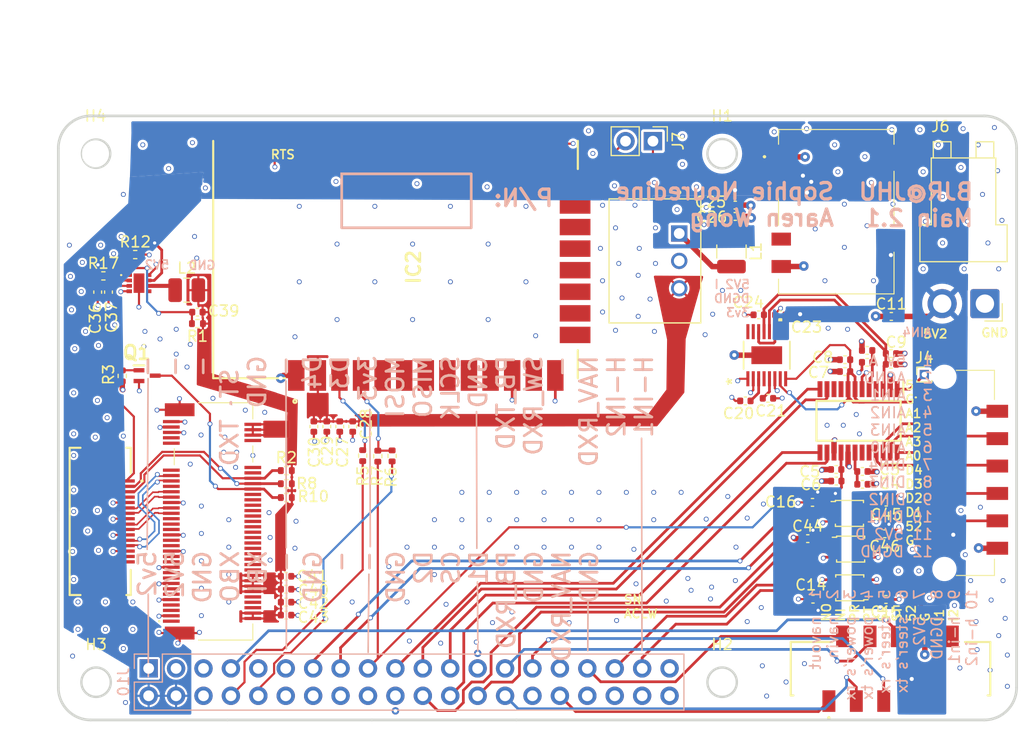
<source format=kicad_pcb>
(kicad_pcb (version 20240108) (generator "pcbnew") (generator_version "8.0")
  (layers (0 "F.Cu" signal "Front") (1 "In1.Cu" signal) (2 "In2.Cu" signal) (31 "B.Cu" signal "Back") (34 "B.Paste" user) (35 "F.Paste" user) (36 "B.SilkS" user "B.Silkscreen") (37 "F.SilkS" user "F.Silkscreen") (38 "B.Mask" user) (39 "F.Mask" user) (44 "Edge.Cuts" user))
  (net 0 "")
  (net 1 "Net-(U1-REGCAPA)")
  (net 2 "GNDA")
  (net 3 "Net-(U1-REGCAPD)")
  (net 4 "3V3")
  (net 5 "5VADC{slash}SENSOR")
  (net 6 "5VRef")
  (net 7 "5.2V")
  (net 8 "Net-(U4-BYPASS)")
  (net 9 "Net-(U4-NR)")
  (net 10 "9V")
  (net 11 "3V3_XBEE")
  (net 12 "Net-(IC6-FB)")
  (net 13 "VCC3V3")
  (net 14 "IN1(5V)")
  (net 15 "IN2(5V)")
  (net 16 "IN2(3.3V)")
  (net 17 "IN1(3.3V)")
  (net 18 "DOUTXBee")
  (net 19 "DINXBee")
  (net 20 "Net-(IC2-DIO9{slash}ON{slash}~{SLEEP})")
  (net 21 "Net-(IC2-DIO6{slash}~{RTS})")
  (net 22 "DIGITAL_OUTPUT_3")
  (net 23 "DIGITAL_OUTPUT_4")
  (net 24 "DIGITAL_INPUT_4")
  (net 25 "DIGITAL_INPUT_3")
  (net 26 "DIGITAL_OUTPUT_1")
  (net 27 "DIGITAL_OUTPUT_2")
  (net 28 "DIGITAL_INPUT_2")
  (net 29 "DIGITAL_INPUT_1")
  (net 30 "AIN4")
  (net 31 "AIN3")
  (net 32 "AIN2")
  (net 33 "AIN1")
  (net 34 "AIN0")
  (net 35 "POWER_BOARD_PORT_RXD")
  (net 36 "Net-(J10-Pin_8)")
  (net 37 "Net-(J10-Pin_10)")
  (net 38 "ADC_SPI_DIN")
  (net 39 "ADC_SPI_DOUT")
  (net 40 "SCLK")
  (net 41 "RPi_SPI_CS")
  (net 42 "POWER_BOARD_PORT_TXD")
  (net 43 "STEERING_WHEEL_PORT_RXD")
  (net 44 "STEERING_WHEEL_PORT_TXD")
  (net 45 "NAVOUT")
  (net 46 "NAVIN")
  (net 47 "Net-(PS1-+VIN)")
  (net 48 "Net-(IC6-LX)")
  (net 51 "PCIE_DET_WAKE")
  (net 52 "PCIE_RST_B")
  (net 53 "3V3_PG")
  (net 84 "PCIE0 RX-")
  (net 86 "PCIE0 RX+")
  (net 90 "PCIE0 TX+")
  (net 91 "PCIE_RST_B_SW")
  (net 92 "PCIE_CLKREQ_N")
  (net 93 "PCIE CLK-")
  (net 95 "PCIE CLK+")
  (net 106 "PCIE0 TX-")
  (net 107 "5V PCIE")
  (footprint "Capacitor_SMD:C_0402_1005Metric" (layer "F.Cu") (at 124.39 70.94)
    (property "Reference" "C26")
    (property "Value" "4.7uF")
  )
  (footprint "Resistor_SMD:R_0402_1005Metric" (layer "F.Cu") (at 91.275 93.165 -90)
    (property "Reference" "R7")
    (property "Value" "100k")
  )
  (footprint "Resistor_SMD:R_0402_1005Metric" (layer "F.Cu") (at 74.565 80.875 180)
    (property "Reference" "R1")
    (property "Value" "2.4k")
  )
  (footprint "Connector_PinHeader_2.54mm:PinHeader_1x02_P2.54mm_Vertical" (layer "F.Cu") (at 116.765 63.96 -90)
    (property "Reference" "J7")
    (property "Value" "Conn_01x02")
  )
  (footprint "Capacitor_SMD:C_0402_1005Metric" (layer "F.Cu") (at 128.57 80.07 180)
    (property "Reference" "C23")
    (property "Value" "0.1uF")
  )
  (footprint "Capacitor_SMD:C_0402_1005Metric" (layer "F.Cu") (at 133.75 95.47 180)
    (property "Reference" "C6")
    (property "Value" "10uF")
  )
  (footprint "21xt_footprints:CONV_R-78B3.3-1.5" (layer "F.Cu") (at 116.95 75.06 -90)
    (property "Reference" "PS1" (hide yes))
    (property "Value" "R-78B3.3-1.5L")
  )
  (footprint "Capacitor_SMD:C_0402_1005Metric" (layer "F.Cu") (at 138.25 100.36 180)
    (property "Reference" "C46")
    (property "Value" "0.1uF")
  )
  (footprint "Capacitor_SMD:C_0402_1005Metric" (layer "F.Cu") (at 88.95 90.42 90)
    (property "Reference" "C28")
    (property "Value" "10uF")
  )
  (footprint "21xt_footprints:VSSOP-8_2.4x2.1mm_P0.5mm" (layer "F.Cu") (at 134.97 98.47)
    (property "Reference" "IC7" (hide yes))
    (property "Value" "SN74LVC2T45DCTTG4")
  )
  (footprint "Capacitor_SMD:C_0402_1005Metric" (layer "F.Cu") (at 136.179 95.772 180)
    (property "Reference" "C4")
    (property "Value" "1uF")
  )
  (footprint "21xt_footprints:908160012" (layer "F.Cu") (at 145.67 94.715 -90)
    (property "Reference" "J8" (hide yes))
    (property "Value" "Conn_01x12" (hide yes))
  )
  (footprint "Capacitor_SMD:C_0402_1005Metric" (layer "F.Cu") (at 82.775 104.3)
    (property "Reference" "C41")
    (property "Value" "10uF")
  )
  (footprint "Capacitor_SMD:C_0402_1005Metric" (layer "F.Cu") (at 136.61 84.46 180)
    (property "Reference" "C1" (hide yes))
    (property "Value" "0.1uF")
  )
  (footprint "Connector_PinHeader_1.00mm:PinHeader_1x01_P1.00mm_Vertical" (layer "F.Cu") (at 141.91 85.6)
    (property "Reference" "J4")
    (property "Value" "Conn_01x01_Pin")
  )
  (footprint "Capacitor_SMD:C_0402_1005Metric" (layer "F.Cu") (at 87.75 90.42 90)
    (property "Reference" "C27")
    (property "Value" "0.1uF")
  )
  (footprint "Capacitor_SMD:C_0402_1005Metric" (layer "F.Cu") (at 131.5925 106.42)
    (property "Reference" "C14")
    (property "Value" "0.1uF")
  )
  (footprint "Capacitor_SMD:C_0402_1005Metric" (layer "F.Cu") (at 82.775 107.9)
    (property "Reference" "C43")
    (property "Value" "10uF")
  )
  (footprint "Capacitor_SMD:C_0402_1005Metric" (layer "F.Cu") (at 138.3525 106.45 180)
    (property "Reference" "C15")
    (property "Value" "0.1uF")
  )
  (footprint "21xt_footprints:RLS397" (layer "F.Cu") (at 109.8068 63.93967 90)
    (property "Reference" "IC2")
    (property "Value" "XBP9X-DMUS-011" (hide yes))
  )
  (footprint "21xt_footprints:VSSOP-8_2.4x2.1mm_P0.5mm" (layer "F.Cu") (at 135 105.37 180)
    (property "Reference" "IC1" (hide yes))
    (property "Value" "SN74LVC2T45DCTTG4")
  )
  (footprint "Capacitor_SMD:C_0402_1005Metric" (layer "F.Cu") (at 74.563 79.8118 180)
    (property "Reference" "C39")
    (property "Value" "15pF")
  )
  (footprint "Resistor_SMD:R_0402_1005Metric" (layer "F.Cu") (at 67.6 85.725 -90)
    (property "Reference" "R3")
    (property "Value" "10k")
  )
  (footprint "Capacitor_SMD:C_0402_1005Metric" (layer "F.Cu") (at 136.61 83.36 180)
    (property "Reference" "C2" (hide yes))
    (property "Value" "1uF")
  )
  (footprint "Resistor_SMD:R_0402_1005Metric" (layer "F.Cu") (at 82.8 97 180)
    (property "Reference" "R10")
    (property "Value" "10k")
  )
  (footprint "Capacitor_SMD:C_0402_1005Metric" (layer "F.Cu") (at 126.57 80.06)
    (property "Reference" "C24")
    (property "Value" "1uF")
  )
  (footprint "Capacitor_SMD:C_0402_1005Metric" (layer "F.Cu") (at 125.33 88.04)
    (property "Reference" "C20")
    (property "Value" "0.1uF")
  )
  (footprint "Capacitor_SMD:C_0402_1005Metric" (layer "F.Cu") (at 82.775 106.7)
    (property "Reference" "C42")
    (property "Value" "10uF")
  )
  (footprint "Resistor_SMD:R_0402_1005Metric" (layer "F.Cu") (at 89.875 93.115 90)
    (property "Reference" "R5")
    (property "Value" "68")
  )
  (footprint "Capacitor_SMD:C_0402_1005Metric" (layer "F.Cu") (at 131.5475 97.45)
    (property "Reference" "C16")
    (property "Value" "0.1uF")
  )
  (footprint "Capacitor_SMD:C_0402_1005Metric" (layer "F.Cu") (at 133.74 94.4 180)
    (property "Reference" "C5")
    (property "Value" "0.1uF")
  )
  (footprint "Capacitor_SMD:C_0402_1005Metric" (layer "F.Cu") (at 65.325 77.955 -90)
    (property "Reference" "C36")
    (property "Value" "10uF")
  )
  (footprint "Capacitor_SMD:C_0402_1005Metric" (layer "F.Cu") (at 66.325 77.955 -90)
    (property "Reference" "C37")
    (property "Value" "10uF")
  )
  (footprint "Capacitor_SMD:C_0402_1005Metric" (layer "F.Cu") (at 138.3775 97.42 180)
    (property "Reference" "C45")
    (property "Value" "0.1uF")
  )
  (footprint "Inductor_SMD:L_1008_2520Metric" (layer "F.Cu") (at 73.575 77.775)
    (property "Reference" "L2")
    (property "Value" "2.2uH")
  )
  (footprint "21xt_footprints:ZF5S1601TWT" (layer "F.Cu") (at 65.5592 99.2124 -90)
    (property "Reference" "J3" (hide yes))
    (property "Value" "Conn_01x16" (hide yes))
  )
  (footprint "21xt_footprints:SOT50P160X90-3N" (layer "F.Cu") (at 69.9 85.7)
    (property "Reference" "Q1")
    (property "Value" "DMG1012T-7" (hide yes))
  )
  (footprint "Connector_JST:JST_VH_B2PS-VH_1x02_P3.96mm_Horizontal" (layer "F.Cu") (at 147.52 79.025 180)
    (property "Reference" "J6")
    (property "Value" "Conn_01x02")
  )
  (footprint "Capacitor_SMD:C_0402_1005Metric" (layer "F.Cu") (at 127.42 87.8 180)
    (property "Reference" "C21")
    (property "Value" "0.1uF")
  )
  (footprint "Resistor_SMD:R_0402_1005Metric" (layer "F.Cu") (at 82.8 95.72 180)
    (property "Reference" "R8")
    (property "Value" "10k")
  )
  (footprint "Resistor_SMD:R_0402_1005Metric" (layer "F.Cu") (at 92.6 93.14 -90)
    (property "Reference" "R6")
    (property "Value" "68")
  )
  (footprint "Capacitor_SMD:C_0402_1005Metric" (layer "F.Cu") (at 86.55 90.42 90)
    (property "Reference" "C29")
    (property "Value" "47pF")
  )
  (footprint "MountingHole:MountingHole_2.5mm" (layer "F.Cu") (at 123.176 114.12)
    (property "Reference" "H2")
    (property "Value" "MountingHole")
  )
  (footprint "Capacitor_SMD:C_0402_1005Metric" (layer "F.Cu") (at 138.82 83.65 180)
    (property "Reference" "C9")
    (property "Value" "10uF")
  )
  (footprint "Resistor_SMD:R_0402_1005Metric" (layer "F.Cu") (at 82.8 94.5 180)
    (property "Reference" "R2")
    (property "Value" "10k")
  )
  (footprint "Capacitor_SMD:C_0402_1005Metric" (layer "F.Cu") (at 131.11 100.81)
    (property "Reference" "C44")
    (property "Value" "0.1uF")
  )
  (footprint "Capacitor_SMD:C_0402_1005Metric" (layer "F.Cu") (at 136.169 94.582 180)
    (property "Reference" "C3")
    (property "Value" "0.1uF")
  )
  (footprint "Capacitor_SMD:C_0402_1005Metric" (layer "F.Cu") (at 82.775 105.5)
    (property "Reference" "C40")
    (property "Value" "10uF")
  )
  (footprint "21xt_footprints:R2D120509" (layer "F.Cu") (at 133.75 70.5 -90)
    (property "Reference" "PS2" (hide yes))
    (property "Value" "R2D12-0509" (hide yes))
  )
  (footprint "21xt_footprints:908160010" (layer "F.Cu") (at 138.776 112.87)
    (property "Reference" "J1" (hide yes))
    (property "Value" "Conn_01x10" (hide yes))
  )
  (footprint "MountingHole:MountingHole_2.5mm" (layer "F.Cu") (at 123.176 65.12)
    (property "Reference" "H1")
    (property "Value" "MountingHole")
  )
  (footprint "21xt_footprints:AP3441LSHE7B" (layer "F.Cu") (at 69.15 77.125 -90)
    (property "Reference" "IC6" (hide yes))
    (property "Value" "AP3441LSHE-7B" (hide yes))
  )
  (footprint "Resistor_SMD:R_0402_1005Metric" (layer "F.Cu") (at 65.85 76.45)
    (property "Reference" "R17")
    (property "Value" "10k")
  )
  (footprint "MountingHole:MountingHole_2.5mm" (layer "F.Cu") (at 65.1256 65.1256)
    (property "Reference" "H4")
    (property "Value" "MountingHole")
  )
  (footprint "Capacitor_SMD:C_0402_1005Metric" (layer "F.Cu") (at 138.85 80.21)
    (property "Reference" "C11")
    (property "Value" "0.1uF")
  )
  (footprint "MountingHole:MountingHole_2.5mm" (layer "F.Cu") (at 65.176 114.12)
    (property "Reference" "H3")
    (property "Value" "MountingHole")
  )
  (footprint "21xt_footprints:LT6658AHMSE-2.5-PBF" (layer "F.Cu") (at 127.309998 83.8044 90)
    (property "Reference" "U4" (hide yes))
    (property "Value" "LT6658AHMSE-5-PBF")
  )
  (footprint "21xt_footprints:VSSOP-8_2.4x2.1mm_P0.5mm" (layer "F.Cu") (at 135.08 101.78)
    (property "Reference" "IC8" (hide yes))
    (property "Value" "SN74LVC2T45DCTTG4")
  )
  (footprint "Inductor_SMD:L_1210_3225Metric" (layer "F.Cu") (at 124.04 74.19 -90)
    (property "Reference" "L1")
    (property "Value" "3.9uH")
  )
  (footprint "Capacitor_SMD:C_0402_1005Metric" (layer "F.Cu") (at 134.56 85.32)
    (property "Reference" "C7")
    (property "Value" "0.1uF")
  )
  (footprint "Capacitor_SMD:C_0402_1005Metric" (layer "F.Cu") (at 124.39 69.89)
    (property "Reference" "C25")
    (property "Value" "10uF")
  )
  (footprint "Capacitor_SMD:C_0402_1005Metric" (layer "F.Cu") (at 138.82 84.65 180)
    (property "Reference" "C10" (hide yes))
    (property "Value" "0.1uF")
  )
  (footprint "21xt_footprints:MDT275M02001" (layer "F.Cu") (at 77.4192 99.2124 90)
    (property "Reference" "J5" (hide yes))
    (property "Value" "MDT275M02001" (hide yes))
  )
  (footprint "Capacitor_SMD:C_0402_1005Metric" (layer "F.Cu") (at 85.35 90.42 90)
    (property "Reference" "C30")
    (property "Value" "8.2pF")
  )
  (footprint "Resistor_SMD:R_0402_1005Metric" (layer "F.Cu") (at 68.8 74.475 180)
    (property "Reference" "R12")
    (property "Value" "10k")
  )
  (footprint "21xt_footprints:SOP65P640X120-24N" (layer "F.Cu") (at 135.815 89.89 -90)
    (property "Reference" "U1" (hide yes))
    (property "Value" "AD7175-2BRUZ" (hide yes))
  )
  (footprint "Capacitor_SMD:C_0402_1005Metric" (layer "F.Cu") (at 134.56 84.22)
    (property "Reference" "C8")
    (property "Value" "1uF")
  )
  (footprint "Connector_PinHeader_2.54mm:PinHeader_2x20_P2.54mm_Vertical" (layer "B.Cu") (at 70.046 112.84 -90)
    (property "Reference" "J10")
    (property "Value" "Conn_02x20_Odd_Even")
  )
  (gr_rect (start 87.93 66.99) (end 99.93 71.99) (stroke (width 0.254)) (fill none) (layer "B.SilkS"))
  (gr_line (start 69.91 101.8) (end 69.99 85.98) (stroke (width 0.1524)) (layer "B.SilkS"))
  (gr_line (start 90.38 111.35) (end 90.45 104.11) (stroke (width 0.1524)) (layer "B.SilkS"))
  (gr_line (start 90.58 101.55) (end 90.54 88.83) (stroke (width 0.1524)) (layer "B.SilkS"))
  (gr_line (start 110.73 111.19) (end 110.75 106.52) (stroke (width 0.1524)) (layer "B.SilkS"))
  (gr_line (start 100.45 101.7) (end 100.42 89.04) (stroke (width 0.1524)) (layer "B.SilkS"))
  (gr_line (start 115.75 111.16) (end 115.71 91.51) (stroke (width 0.1524)) (layer "B.SilkS"))
  (gr_line (start 70.01 113.59) (end 70.01 105.96) (stroke (width 0.1524)) (layer "B.SilkS"))
  (gr_line (start 82.82 103.98) (end 82.8 111.01) (stroke (width 0.1524)) (layer "B.SilkS"))
  (gr_line (start 100.51 104.83) (end 100.54 111.19) (stroke (width 0.1524)) (layer "B.SilkS"))
  (gr_line (start 82.77 86.19) (end 82.79 101.65) (stroke (width 0.1524)) (layer "B.SilkS"))
  (gr_arc (start 61.676 64.62) (mid 62.55468 62.49868) (end 64.676 61.62) (stroke (width 0.25)) (layer "Edge.Cuts"))
  (gr_line (start 90.726 117.62) (end 104.126 117.62) (stroke (width 0.25)) (layer "Edge.Cuts"))
  (gr_arc (start 147.45468 61.62) (mid 149.576013 62.498673) (end 150.45468 64.62) (stroke (width 0.25)) (layer "Edge.Cuts"))
  (gr_line (start 104.126 117.62) (end 147.45468 117.62) (stroke (width 0.25)) (layer "Edge.Cuts"))
  (gr_line (start 147.45468 61.62) (end 64.676 61.62) (stroke (width 0.25)) (layer "Edge.Cuts"))
  (gr_circle (center 123.176 114.12) (end 124.526 114.12) (stroke (width 0.25)) (fill none) (layer "Edge.Cuts"))
  (gr_arc (start 150.45468 114.62) (mid 149.576005 116.741349) (end 147.45468 117.62) (stroke (width 0.25)) (layer "Edge.Cuts"))
  (gr_line (start 64.676 117.62) (end 77.346 117.62) (stroke (width 0.25)) (layer "Edge.Cuts"))
  (gr_circle (center 123.176 65.12) (end 124.526 65.12) (stroke (width 0.25)) (fill none) (layer "Edge.Cuts"))
  (gr_line (start 61.676 64.62) (end 61.676 98.220635) (stroke (width 0.25)) (layer "Edge.Cuts"))
  (gr_circle (center 65.176 65.12) (end 66.476 65.12) (stroke (width 0.25)) (fill none) (layer "Edge.Cuts"))
  (gr_line (start 77.346 117.62) (end 90.726 117.62) (stroke (width 0.25)) (layer "Edge.Cuts"))
  (gr_line (start 150.45468 114.62) (end 150.45468 64.62) (stroke (width 0.25)) (layer "Edge.Cuts"))
  (gr_arc (start 64.676 117.62) (mid 62.55468 116.74132) (end 61.676 114.62) (stroke (width 0.25)) (layer "Edge.Cuts"))
  (gr_circle (center 65.176 114.12) (end 66.526 114.12) (stroke (width 0.25)) (fill none) (layer "Edge.Cuts"))
  (gr_line (start 61.676 98.220635) (end 61.676 114.62) (stroke (width 0.25)) (layer "Edge.Cuts"))
  (gr_text "P/N:" (at 107.69 70.13 0) (layer "B.SilkS") (effects (font (size 1.524 1.524) (thickness 0.3048) (bold yes)) (justify left bottom mirror)))
  (gr_text "1  navout\n2  navin\n3  power's rx\n4  power's tx\n5  steer's rx\n6  steer's tx\n7  5V2\n8  DGND\n9  h-in1\n10 h-in2" (at 146.88 105.41 90) (layer "B.SilkS") (effects (font (size 1 1)) (justify left bottom mirror)))
  (gr_text "1  5V A\n2  AGND\n3  AIN1\n4  AIN2\n5  AIN3\n6  AIN0\n7  DIN4\n8  DIN3\n9  DIN2\n10 DIN1\n11 5V2 D\n12 DGND" (at 142.78 102.6 0) (layer "B.SilkS") (effects (font (size 1 1)) (justify left bottom mirror)))
  (gr_text "AIN4" (at 142.69 82.17 0) (layer "B.SilkS") (effects (font (size 0.8128 0.8128) (thickness 0.1524) (bold yes)) (justify left bottom mirror)))
  (gr_text "Sophie Nouredine\nAaren Wong" (at 133.7 71.97 0) (layer "B.SilkS") (effects (font (size 1.524 1.524) (thickness 0.3048) (bold yes)) (justify left bottom mirror)))
  (gr_text "5V2" (at 72.04 75.9 0) (layer "B.SilkS") (effects (font (size 0.8128 0.8128) (thickness 0.1524) (bold yes)) (justify left bottom mirror)))
  (gr_text "5V2 I\nDGND\n3v3" (at 125.82 80.33 0) (layer "B.SilkS") (effects (font (size 0.8128 0.8128) (thickness 0.1524) (bold yes)) (justify left bottom mirror)))
  (gr_text "-\n-\n-\n ST-TXD\nGND\n-\nD4\nD3\n3v3\nMOSI\nMISO\nSCLK\nGND\nPB_TXD\nSW_RXD\n-\nNAV_RXD\nH-IN2\nH-IN1" (at 116.87 83.69 90) (layer "B.SilkS") (effects (font (size 1.59 1.59) (thickness 0.25)) (justify left bottom mirror)))
  (gr_text "BJR@JHU\nMain 2.1" (at 146.59 72 0) (layer "B.SilkS") (effects (font (size 1.524 1.524) (thickness 0.3048) (bold yes)) (justify left bottom mirror)))
  (gr_text "GND" (at 76.33 75.94 0) (layer "B.SilkS") (effects (font (size 0.8128 0.8128) (thickness 0.1524) (bold yes)) (justify left bottom mirror)))
  (gr_text "5v2\n5V2\nGND\nXBO\nXBI\n-   \nGND\n-\n-\nGND\nD2\nCS\nD1\nPB_RXD\nGND\nNAV_RXD\nGND" (at 111.8 101.79 90) (layer "B.SilkS") (effects (font (size 1.59 1.59) (thickness 0.25) (bold yes)) (justify left bottom mirror)))
  (gr_text "RTS" (at 81.27 65.68 0) (layer "F.SilkS") (effects (font (size 0.8128 0.8128) (thickness 0.1524) (bold yes)) (justify left bottom)))
  (gr_text "5V2" (at 141.7 82.3 0) (layer "F.SilkS") (effects (font (size 0.8128 0.8128) (thickness 0.1524) (bold yes)) (justify left bottom)))
  (gr_text "SN\nACLW" (at 113.99 108.24 0) (layer "F.SilkS") (effects (font (size 0.8128 0.8128) (thickness 0.1524) (bold yes)) (justify left bottom)))
  (gr_text "GND" (at 147.1 82.2 0) (layer "F.SilkS") (effects (font (size 0.8128 0.8128) (thickness 0.1524) (bold yes)) (justify left bottom)))
  (gr_text "5\nG\nA1\nA2\nA3\nA0\nD4\nD3\nD2\nD1\n52\nG" (at 140.06 101.46 0) (layer "F.SilkS") (effects (font (size 0.8128 0.8128) (thickness 0.1524) (bold yes)) (justify left bottom)))
  (gr_text "NO\nNI\nPR\nPT\nSR\nST\n52\nG\nI1\nI2" (at 145.09 108.6 90) (layer "F.SilkS") (effects (font (size 0.8128 0.8128) (thickness 0.1524) (bold yes)) (justify left bottom)))
  (segment (start 136.875 85.9605) (end 137.09 85.7455) (width 0.254) (layer "F.Cu") (net 1))
  (segment (start 136.875 86.952) (end 136.875 85.9605) (width 0.254) (layer "F.Cu") (net 1))
  (segment (start 137.09 85.7455) (end 137.09 84.46) (width 0.254) (layer "F.Cu") (net 1))
  (segment (start 137.09 83.36) (end 137.09 84.46) (width 0.254) (layer "F.Cu") (net 1))
  (segment (start 87.75 91.7) (end 87.75 90.9) (width 0.2) (layer "F.Cu") (net 2))
  (segment (start 67.9592 101.9624) (end 66.7876 101.9624) (width 0.2) (layer "F.Cu") (net 2))
  (segment (start 83.9 105.5) (end 83.93 105.53) (width 0.2) (layer "F.Cu") (net 2))
  (segment (start 70.05 76.375) (end 70.73 75.695) (width 0.2) (layer "F.Cu") (net 2))
  (segment (start 67.515 77.875) (end 67.47 77.92) (width 0.2) (layer "F.Cu") (net 2))
  (segment (start 128.059996 85.9888) (end 128.059996 86.869996) (width 0.2) (layer "F.Cu") (net 2))
  (segment (start 124.87 70.94) (end 125.73 70.94) (width 0.508) (layer "F.Cu") (net 2))
  (segment (start 71.0376 107.9624) (end 71 108) (width 0.2) (layer "F.Cu") (net 2))
  (segment (start 139.3 84.65) (end 140.09 84.65) (width 0.508) (layer "F.Cu") (net 2))
  (segment (start 133.54 91.73) (end 133.61 91.66) (width 0.508) (layer "F.Cu") (net 2))
  (segment (start 128.65 75.58) (end 130.7 75.58) (width 0.508) (layer "F.Cu") (net 2))
  (segment (start 136.13 83.36) (end 136.13 82.55) (width 0.508) (layer "F.Cu") (net 2))
  (segment (start 65.325 78.435) (end 65.325 79.155) (width 0.2) (layer "F.Cu") (net 2))
  (segment (start 136.63 102.53) (end 137.6 102.53) (width 0.25) (layer "F.Cu") (net 2))
  (segment (start 72.9192 109.5624) (end 71.0624 109.5624) (width 0.2) (layer "F.Cu") (net 2))
  (segment (start 88.95 91.68) (end 88.94 91.69) (width 0.2) (layer "F.Cu") (net 2))
  (segment (start 83.92 104.3) (end 83.93 104.31) (width 0.2) (layer "F.Cu") (net 2))
  (segment (start 72.1442 103.4624) (end 71.0376 103.4624) (width 0.2) (layer "F.Cu") (net 2))
  (segment (start 138.9 100.36) (end 139.54 99.72) (width 0.25) (layer "F.Cu") (net 2))
  (segment (start 72.9192 87.8492) (end 72.9 87.83) (width 0.2) (layer "F.Cu") (net 2))
  (segment (start 72.1442 89.9624) (end 73.3624 89.9624) (width 0.2) (layer "F.Cu") (net 2))
  (segment (start 134.84 92.828) (end 134.84 94.02) (width 0.508) (layer "F.Cu") (net 2))
  (segment (start 136.54 85.42) (end 136.14 85.82) (width 0.25) (layer "F.Cu") (net 2))
  (segment (start 67.6 86.235) (end 67.6 86.96) (width 0.508) (layer "F.Cu") (net 2))
  (segment (start 69.15 86.2) (end 69.15 87.08) (width 0.2) (layer "F.Cu") (net 2))
  (segment (start 133.26 94.4) (end 132.46 94.4) (width 0.508) (layer "F.Cu") (net 2))
  (segment (start 148.67 101.7) (end 146.96 101.7) (width 0.508) (layer "F.Cu") (net 2))
  (segment (start 109.35633 64.19367) (end 109.37 64.18) (width 0.2) (layer "F.Cu") (net 2))
  (segment (start 133.27 95.47) (end 132.39 95.47) (width 0.508) (layer "F.Cu") (net 2))
  (segment (start 129.89 100.81) (end 129.78 100.7) (width 0.508) (layer "F.Cu") (net 2))
  (segment (start 133.53 102.53) (end 132.64 102.53) (width 0.25) (layer "F.Cu") (net 2))
  (segment (start 140.09 84.65) (end 140.1 84.66) (width 0.508) (layer "F.Cu") (net 2))
  (segment (start 133.23 84.22) (end 133.22 84.21) (width 0.508) (layer "F.Cu") (net 2))
  (segment (start 72.1442 100.4624) (end 73.2124 100.4624) (width 0.2) (layer "F.Cu") (net 2))
  (segment (start 139.76 96.78) (end 139.4975 96.78) (width 0.25) (layer "F.Cu") (net 2))
  (segment (start 66.325 79.155) (end 66.29 79.19) (width 0.2) (layer "F.Cu") (net 2))
  (segment (start 72.1442 101.9624) (end 73.2124 101.9624) (width 0.2) (layer "F.Cu") (net 2))
  (segment (start 83.255 107.9) (end 83.85 107.9) (width 0.2) (layer "F.Cu") (net 2))
  (segment (start 83.85 107.9) (end 83.87 107.92) (width 0.2) (layer "F.Cu") (net 2))
  (segment (start 86.55 90.9) (end 86.55 91.72) (width 0.2) (layer "F.Cu") (net 2))
  (segment (start 124.85 88.04) (end 124.4 88.04) (width 0.2) (layer "F.Cu") (net 2))
  (segment (start 133.42 99.22) (end 132.63 99.22) (width 0.2) (layer "F.Cu") (net 2))
  (segment (start 66.7876 98.9624) (end 66.75 99) (width 0.2) (layer "F.Cu") (net 2))
  (segment (start 85.43 91.79) (end 85.35 91.71) (width 0.2) (layer "F.Cu") (net 2))
  (segment (start 136.13 82.55) (end 136.09 82.51) (width 0.508) (layer "F.Cu") (net 2))
  (segment (start 73.2124 97.4624) (end 73.25 97.5) (width 0.2) (layer "F.Cu") (net 2))
  (segment (start 70.065 74.475) (end 70.1 74.51) (width 0.2) (layer "F.Cu") (net 2))
  (segment (start 128.09 79.96) (end 128.59 79.46) (width 0.2) (layer "F.Cu") (net 2))
  (segment (start 72.1442 90.4624) (end 71.1376 90.4624) (width 0.2) (layer "F.Cu") (net 2))
  (segment (start 70.73 75.695) (end 70.73 75.37) (width 0.2) (layer "F.Cu") (net 2))
  (segment (start 128.09 80.07) (end 128.09 79.96) (width 0.2) (layer "F.Cu") (net 2))
  (segment (start 72.9192 109.5624) (end 72.9192 110.3308) (width 0.2) (layer "F.Cu") (net 2))
  (segment (start 126.059998 87.030002) (end 125.81 87.28) (width 0.2) (layer "F.Cu") (net 2))
  (segment (start 125.24 80.06) (end 125.23 80.05) (width 0.2) (layer "F.Cu") (net 2))
  (segment (start 65.325 79.155) (end 65.36 79.19) (width 0.2) (layer "F.Cu") (net 2))
  (segment (start 83.721 85.68207) (end 82.53793 85.68207) (width 0.508) (layer "F.Cu") (net 2))
  (segment (start 72.1442 90.9624) (end 73.2624 90.9624) (width 0.2) (layer "F.Cu") (net 2))
  (segment (start 137.43 99.22) (end 137.46 99.25) (width 0.2) (layer "F.Cu") (net 2))
  (segment (start 72.9192 88.8624) (end 70.8476 88.8624) (width 0.2) (layer "F.Cu") (net 2))
  (segment (start 125.559996 85.9888) (end 124.8112 85.9888) (width 0.2) (layer "F.Cu") (net 2))
  (segment (start 73.3624 89.9624) (end 73.4 90) (width 0.2) (layer "F.Cu") (net 2))
  (segment (start 137.418 95.772) (end 137.48 95.71) (width 0.508) (layer "F.Cu") (net 2))
  (segment (start 136.649 94.582) (end 137.472 94.582) (width 0.508) (layer "F.Cu") (net 2))
  (segment (start 83.9 106.7) (end 83.93 106.67) (width 0.2) (layer "F.Cu") (net 2))
  (segment (start 139.4975 96.78) (end 138.8575 97.42) (width 0.25) (layer "F.Cu") (net 2))
  (segment (start 70.8476 88.8624) (end 70.82 88.89) (width 0.2) (layer "F.Cu") (net 2))
  (segment (start 141.956 111.554) (end 141.95 111.56) (width 0.508) (layer "F.Cu") (net 2))
  (segment (start 128.72 87.8) (end 128.74 87.78) (width 0.2) (layer "F.Cu") (net 2))
  (segment (start 103.721 85.68207) (end 103.721 87.959) (width 0.25) (layer "F.Cu") (net 2))
  (segment (start 69.15 79.33) (end 69.15 77.125) (width 0.2) (layer "F.Cu") (net 2))
  (segment (start 131.0675 97.45) (end 130.27 97.45) (width 0.2) (layer "F.Cu") (net 2))
  (segment (start 81.721 64.19367) (end 81.721 66.331) (width 0.2) (layer "F.Cu") (net 2))
  (segment (start 67.9592 100.4624) (end 66.7876 100.4624) (width 0.2) (layer "F.Cu") (net 2))
  (segment (start 148.67 89) (end 146.71 89) (width 0.508) (layer "F.Cu") (net 2))
  (segment (start 132.63 99.22) (end 132.5 99.35) (width 0.2) (layer "F.Cu") (net 2))
  (segment (start 83.255 105.5) (end 83.9 105.5) (width 0.2) (layer "F.Cu") (net 2))
  (segment (start 66.325 78.435) (end 66.325 79.155) (width 0.2) (layer "F.Cu") (net 2))
  (segment (start 73.2124 100.4624) (end 73.25 100.5) (width 0.2) (layer "F.Cu") (net 2))
  (segment (start 71.0376 104.9624) (end 71 105) (width 0.2) (layer "F.Cu") (net 2))
  (segment (start 141.956 109.87) (end 141.956 111.554) (width 0.508) (layer "F.Cu") (net 2))
  (segment (start 82.53793 85.68207) (end 82.28 85.94) (width 0.508) (layer "F.Cu") (net 2))
  (segment (start 137.472 94.582) (end 137.52 94.63) (width 0.508) (layer "F.Cu") (net 2))
  (segment (start 72.9192 88.8624) (end 72.9192 87.8492) (width 0.2) (layer "F.Cu") (net 2))
  (segment (start 88.95 90.9) (end 88.95 91.68) (width 0.2) (layer "F.Cu") (net 2))
  (segment (start 74.6876 109.5624) (end 74.75 109.5) (width 0.2) (layer "F.Cu") (net 2))
  (segment (start 107.721 64.19367) (end 109.35633 64.19367) (width 0.2) (layer "F.Cu") (net 2))
  (segment (start 134.08 84.22) (end 133.23 84.22) (width 0.508) (layer "F.Cu") (net 2))
  (segment (start 138.8325 106.45) (end 139.55 106.45) (width 0.25) (layer "F.Cu") (net 2))
  (segment (start 81.721 66.331) (end 81.74 66.35) (width 0.2) (layer "F.Cu") (net 2))
  (segment (start 126.09 80.06) (end 125.24 80.06) (width 0.2) (layer "F.Cu") (net 2))
  (segment (start 73.2124 101.9624) (end 73.25 102) (width 0.2) (layer "F.Cu") (net 2))
  (segment (start 126.059998 85.9888) (end 126.059998 87.030002) (width 0.2) (layer "F.Cu") (net 2))
  (segment (start 139.55 106.45) (end 139.57 106.43) (width 0.25) (layer "F.Cu") (net 2))
  (segment (start 138.74 85.67) (end 138.78 85.63) (width 0.508) (layer "F.Cu") (net 2))
  (segment (start 136.14 85.82) (end 136.14 86.952) (width 0.25) (layer "F.Cu") (net 2))
  (segment (start 83.255 104.3) (end 83.92 104.3) (width 0.2) (layer "F.Cu") (net 2))
  (segment (start 83.255 106.7) (end 83.9 106.7) (width 0.2) (layer "F.Cu") (net 2))
  (segment (start 72.1442 104.9624) (end 71.0376 104.9624) (width 0.2) (layer "F.Cu") (net 2))
  (segment (start 124.3144 83.8044) (end 124.3 83.79) (width 0.508) (layer "F.Cu") (net 2))
  (segment (start 124.4 88.04) (end 124.07 87.71) (width 0.2) (layer "F.Cu") (net 2))
  (segment (start 132.64 102.53) (end 132.55 102.62) (width 0.25) (layer "F.Cu") (net 2))
  (segment (start 127.309998 83.8044) (end 124.3144 83.8044) (width 0.508) (layer "F.Cu") (net 2))
  (segment (start 130.27 97.45) (end 130.21 97.51) (width 0.2) (layer "F.Cu") (net 2))
  (segment (start 71.0376 106.4624) (end 71 106.5) (width 0.2) (layer "F.Cu") (net 2))
  (segment (start 124.87 69.89) (end 125.8 69.89) (width 0.508) (layer "F.Cu") (net 2))
  (segment (start 135.85 85.42) (end 136.13 85.14) (width 0.25) (layer "F.Cu") (net 2))
  (segment (start 66.7876 100.4624) (end 66.75 100.5) (width 0.2) (layer "F.Cu") (net 2))
  (segment (start 66.7876 97.4624) (end 66.75 97.5) (width 0.2) (layer "F.Cu") (net 2))
  (segment (start 124.8112 85.9888) (end 124.62 86.18) (width 0.2) (layer "F.Cu") (net 2))
  (segment (start 134.84 94.02) (end 134.96 94.14) (width 0.508) (layer "F.Cu") (net 2))
  (segment (start 133.21 85.32) (end 133.19 85.3) (width 0.508) (layer "F.Cu") (net 2))
  (segment (start 146.96 101.7) (end 146.94 101.68) (width 0.508) (layer "F.Cu") (net 2))
  (segment (start 140.08 83.65) (end 140.1 83.63) (width 0.508) (layer "F.Cu") (net 2))
  (segment (start 128.65 65.42) (end 130.86 65.42) (width 0.508) (layer "F.Cu") (net 2))
  (segment (start 67.9592 97.4624) (end 66.7876 97.4624) (width 0.2) (layer "F.Cu") (net 2))
  (segment (start 71.0624 109.5624) (end 71 109.5) (width 0.2) (layer "F.Cu") (net 2))
  (segment (start 69.15 87.08) (end 69.18 87.11) (width 0.2) (layer "F.Cu") (net 2))
  (segment (start 68.25 77.875) (end 67.515 77.875) (width 0.2) (layer "F.Cu") (net 2))
  (segment (start 133.45 104.62) (end 132.48 104.62) (width 0.25) (layer "F.Cu") (net 2))
  (segment (start 130.7 75.58) (end 130.74 75.54) (width 0.508) (layer "F.Cu") (net 2))
  (segment (start 134.08 85.32) (end 133.21 85.32) (width 0.508) (layer "F.Cu") (net 2))
  (segment (start 67.6 86.96) (end 67.65 87.01) (width 0.508) (layer "F.Cu") (net 2))
  (segment (start 125.8 69.89) (end 125.83 69.92) (width 0.508) (layer "F.Cu") (net 2))
  (segment (start 73.2624 90.9624) (end 73.3 91) (width 0.2) (layer "F.Cu") (net 2))
  (segment (start 69.31 74.475) (end 70.065 74.475) (width 0.2) (layer "F.Cu") (net 2))
  (segment (start 69.14 79.34) (end 69.15 79.33) (width 0.2) (layer "F.Cu") (net 2))
  (segment (start 132.48 104.62) (end 132.45 104.59) (width 0.25) (layer "F.Cu") (net 2))
  (segment (start 85.35 91.71) (end 85.35 90.9) (width 0.2) (layer "F.Cu") (net 2))
  (segment (start 71.1376 90.4624) (end 71.1 90.5) (width 0.2) (layer "F.Cu") (net 2))
  (segment (start 138.74 86.952) (end 138.74 85.67) (width 0.508) (layer "F.Cu") (net 2))
  (segment (start 137.42 80.21) (end 137.4 80.19) (width 0.508) (layer "F.Cu") (net 2))
  (segment (start 146.71 89) (end 146.7 88.99) (width 0.508) (layer "F.Cu") (net 2))
  (segment (start 130.63 100.81) (end 129.89 100.81) (width 0.508) (layer "F.Cu") (net 2))
  (segment (start 130.25 106.42) (end 130.24 106.41) (width 0.2) (layer "F.Cu") (net 2))
  (segment (start 128.059996 86.869996) (end 128.28 87.09) (width 0.2) (layer "F.Cu") (net 2))
  (segment (start 72.1442 97.4624) (end 73.2124 97.4624) (width 0.2) (layer "F.Cu") (net 2))
  (segment (start 71.0376 103.4624) (end 71 103.5) (width 0.2) (layer "F.Cu") (net 2))
  (segment (start 72.9192 110.3308) (end 72.75 110.5) (width 0.2) (layer "F.Cu") (net 2))
  (segment (start 131.1125 106.42) (end 130.25 106.42) (width 0.2) (layer "F.Cu") (net 2))
  (segment (start 136.659 95.772) (end 137.418 95.772) (width 0.508) (layer "F.Cu") (net 2))
  (segment (start 138.73 100.36) (end 138.9 100.36) (width 0.25) (layer "F.Cu") (net 2))
  (segment (start 139.3 83.65) (end 140.08 83.65) (width 0.508) (layer "F.Cu") (net 2))
  (segment (start 136.13 85.14) (end 136.13 84.46) (width 0.25) (layer "F.Cu") (net 2))
  (segment (start 137.45 104.62) (end 137.49 104.58) (width 0.25) (layer "F.Cu") (net 2))
  (segment (start 107.721 85.68207) (end 107.721 88.029) (width 0.25) (layer "F.Cu") (net 2))
  (segment (start 133.54 92.828) (end 133.54 91.73) (width 0.508) (layer "F.Cu") (net 2))
  (segment (start 137.6 102.53) (end 137.63 102.56) (width 0.25) (layer "F.Cu") (net 2))
  (segment (start 66.7876 101.9624) (end 66.75 102) (width 0.2) (layer "F.Cu") (net 2))
  (segment (start 72.9192 109.5624) (end 74.6876 109.5624) (width 0.2) (layer "F.Cu") (net 2))
  (segment (start 127.9 87.8) (end 128.72 87.8) (width 0.2) (layer "F.Cu") (net 2))
  (segment (start 138.37 80.21) (end 137.42 80.21) (width 0.508) (layer "F.Cu") (net 2))
  (segment (start 72.1442 107.9624) (end 71.0376 107.9624) (width 0.2) (layer "F.Cu") (net 2))
  (segment (start 72.1442 106.4624) (end 71.0376 106.4624) (width 0.2) (layer "F.Cu") (net 2))
  (segment (start 125.73 70.94) (end 125.86 71.07) (width 0.508) (layer "F.Cu") (net 2))
  (segment (start 136.55 104.62) (end 137.45 104.62) (width 0.25) (layer "F.Cu") (net 2))
  (segment (start 107.721 88.029) (end 107.7 88.05) (width 0.25) (layer "F.Cu") (net 2))
  (segment (start 132.46 94.4) (end 132.4 94.46) (width 0.508) (layer "F.Cu") (net 2))
  (segment (start 67.9592 98.9624) (end 66.7876 98.9624) (width 0.2) (layer "F.Cu") (net 2))
  (segment (start 136.52 99.22) (end 137.43 99.22) (width 0.2) (layer "F.Cu") (net 2))
  (via (at 133.22 84.21) (size 0.45) (drill 0.3) (layers "F.Cu" "B.Cu") (net 2))
  (via (at 73.9 93.9) (size 0.45) (drill 0.3) (layers "F.Cu" "B.Cu") (net 2))
  (via (at 122.1 106.4) (size 0.45) (drill 0.3) (layers "F.Cu" "B.Cu") (net 2))
  (via (at 113.4 108.4) (size 0.45) (drill 0.3) (layers "F.Cu" "B.Cu") (net 2))
  (via (at 128.74 87.78) (size 0.45) (drill 0.3) (layers "F.Cu" "B.Cu") (net 2))
  (via (at 100.53 111.44) (size 0.6858) (drill 0.3302) (layers "F.Cu" "B.Cu") (net 2))
  (via (at 147.8 73.4) (size 0.45) (drill 0.3) (layers "F.Cu" "B.Cu") (net 2))
  (via (at 140.8 101.8) (size 0.45) (drill 0.3) (layers "F.Cu" "B.Cu") (net 2))
  (via (at 149.4 108.2) (size 0.45) (drill 0.3) (layers "F.Cu" "B.Cu") (net 2))
  (via (at 141.5 62.9) (size 0.45) (drill 0.3) (layers "F.Cu" "B.Cu") (net 2))
  (via (at 125.5 108.5) (size 0.45) (drill 0.3) (layers "F.Cu" "B.Cu") (net 2))
  (via (at 139.54 99.72) (size 0.45) (drill 0.3) (layers "F.Cu" "B.Cu") (net 2))
  (via (at 148.1 106.5) (size 0.45) (drill 0.3) (layers "F.Cu" "B.Cu") (net 2))
  (via (at 132.39 95.47) (size 0.45) (drill 0.3) (layers "F.Cu" "B.Cu") (net 2))
  (via (at 63.5 109.22) (size 0.45) (drill 0.3) (layers "F.Cu" "B.Cu") (net 2))
  (via (at 65.4 101.9) (size 0.45) (drill 0.3) (layers "F.Cu" "B.Cu") (net 2))
  (via (at 83.7 99.2) (size 0.45) (drill 0.3) (layers "F.Cu" "B.Cu") (net 2))
  (via (at 128.59 79.46) (size 0.45) (drill 0.3) (layers "F.Cu" "B.Cu") (net 2))
  (via (at 96.52 101.6) (size 0.45) (drill 0.3) (layers "F.Cu" "B.Cu") (net 2))
  (via (at 123.7 96.9) (size 0.45) (drill 0.3) (layers "F.Cu" "B.Cu") (net 2))
  (via (at 137.48 95.71) (size 0.45) (drill 0.3) (layers "F.Cu" "B.Cu") (net 2))
  (via (at 68.58 109.22) (size 0.45) (drill 0.3) (layers "F.Cu" "B.Cu") (net 2))
  (via (at 107.7 88.05) (size 0.45) (drill 0.3) (layers "F.Cu" "B.Cu") (net 2))
  (via (at 71.9 66.5) (size 0.45) (drill 0.3) (layers "F.Cu" "B.Cu") (net 2))
  (via (at 145.3 66.4) (size 0.45) (drill 0.3) (layers "F.Cu" "B.Cu") (net 2))
  (via (at 145.5 62.8) (size 0.45) (drill 0.3) (layers "F.Cu" "B.Cu") (net 2))
  (via (at 74.9 91.2) (size 0.45) (drill 0.3) (layers "F.Cu" "B.Cu") (net 2))
  (via (at 137 67.8) (size 0.45) (drill 0.3) (layers "F.Cu" "B.Cu") (net 2))
  (via (at 124.4 104.7) (size 0.45) (drill 0.3) (layers "F.Cu" "B.Cu") (net 2))
  (via (at 83.6 101.7) (size 0.45) (drill 0.3) (layers "F.Cu" "B.Cu") (net 2))
  (via (at 98 70) (size 0.45) (drill 0.3) (layers "F.Cu" "B.Cu") (net 2))
  (via (at 116.5 78.6) (size 0.45) (drill 0.3) (layers "F.Cu" "B.Cu") (net 2))
  (via (at 88.9 106.68) (size 0.45) (drill 0.3) (layers "F.Cu" "B.Cu") (net 2))
  (via (at 130.74 75.54) (size 0.889) (drill 0.381) (layers "F.Cu" "B.Cu") (net 2))
  (via (at 127 97.6) (size 0.45) (drill 0.3) (layers "F.Cu" "B.Cu") (net 2))
  (via (at 63.1 87.3) (size 0.45) (drill 0.3) (layers "F.Cu" "B.Cu") (net 2))
  (via (at 120.3 105.6) (size 0.45) (drill 0.3) (layers "F.Cu" "B.Cu") (net 2))
  (via (at 112.1 79.8) (size 0.45) (drill 0.3) (layers "F.Cu" "B.Cu") (net 2))
  (via (at 74.75 109.5) (size 0.45) (drill 0.3) (layers "F.Cu" "B.Cu") (net 2))
  (via (at 68.58 106.68) (size 0.45) (drill 0.3) (layers "F.Cu" "B.Cu") (net 2))
  (via (at 99.06 101.6) (size 0.45) (drill 0.3) (layers "F.Cu" "B.Cu") (net 2))
  (via (at 134.5 73.8) (size 0.45) (drill 0.3) (layers "F.Cu" "B.Cu") (net 2))
  (via (at 65.36 79.19) (size 0.45) (drill 0.3) (layers "F.Cu" "B.Cu") (net 2))
  (via (at 148.4 62.7) (size 0.45) (drill 0.3) (layers "F.Cu" "B.Cu") (net 2))
  (via (at 124.46 101.6) (size 0.45) (drill 0.3) (layers "F.Cu" "B.Cu") (net 2))
  (via (at 115.2 105) (size 0.45) (drill 0.3) (layers "F.Cu" "B.Cu") (net 2))
  (via (at 87.5 73.5) (size 0.45) (drill 0.3) (layers "F.Cu" "B.Cu") (net 2))
  (via (at 139.76 96.78) (size 0.45) (drill 0.3) (layers "F.Cu" "B.Cu") (net 2))
  (via (at 119 70.3) (size 0.45) (drill 0.3) (layers "F.Cu" "B.Cu") (net 2))
  (via (at 63.1 93.1) (size 0.45) (drill 0.3) (layers "F.Cu" "B.Cu") (net 2))
  (via (at 71 109.5) (size 0.45) (drill 0.3) (layers "F.Cu" "B.Cu") (net 2))
  (via (at 103.7 107.6) (size 0.45) (drill 0.3) (layers "F.Cu" "B.Cu") (net 2))
  (via (at 142.4 106.3) (size 0.45) (drill 0.3) (layers "F.Cu" "B.Cu") (net 2))
  (via (at 77.1 91.4) (size 0.45) (drill 0.3) (layers "F.Cu" "B.Cu") (net 2))
  (via (at 147.1 97.9) (size 0.45) (drill 0.3) (layers "F.Cu" "B.Cu") (net 2))
  (via (at 101.5 73.5) (size 0.45) (drill 0.3) (layers "F.Cu" "B.Cu") (net 2))
  (via (at 111.2 65.1) (size 0.45) (drill 0.3) (layers "F.Cu" "B.Cu") (net 2))
  (via (at 66.2 89.6) (size 0.45) (drill 0.3) (layers "F.Cu" "B.Cu") (net 2))
  (via (at 141.8 75.8) (size 0.45) (drill 0.3) (layers "F.Cu" "B.Cu") (net 2))
  (via (at 137.2 76.9) (size 0.45) (drill 0.3) (layers "F.Cu" "B.Cu") (net 2))
  (via (at 65.1 91.4) (size 0.45) (drill 0.3) (layers "F.Cu" "B.Cu") (net 2))
  (via (at 67.7 111) (size 0.45) (drill 0.3) (layers "F.Cu" "B.Cu") (net 2))
  (via (at 77.47 99.06) (size 0.45) (drill 0.3) (layers "F.Cu" "B.Cu") (net 2))
  (via (at 81.3 102.8) (size 0.45) (drill 0.3) (layers "F.Cu" "B.Cu") (net 2))
  (via (at 101.4 68.2) (size 0.45) (drill 0.3) (layers "F.Cu" "B.Cu") (net 2))
  (via (at 66.29 79.19) (size 0.45) (drill 0.3) (layers "F.Cu" "B.Cu") (net 2))
  (via (at 109.22 96.52) (size 0.45) (drill 0.3) (layers "F.Cu" "B.Cu") (net 2))
  (via (at 104.14 99.06) (size 0.45) (drill 0.3) (layers "F.Cu" "B.Cu") (net 2))
  (via (at 105 77) (size 0.45) (drill 0.3) (layers "F.Cu" "B.Cu") (net 2))
  (via (at 106.68 99.06) (size 0.45) (drill 0.3) (layers "F.Cu" "B.Cu") (net 2))
  (via (at 87.5 80.5) (size 0.45) (drill 0.3) (layers "F.Cu" "B.Cu") (net 2))
  (via (at 81.74 66.35) (size 0.45) (drill 0.3) (layers "F.Cu" "B.Cu") (net 2))
  (via (at 99.06 99.06) (size 0.45) (drill 0.3) (layers "F.Cu" "B.Cu") (net 2))
  (via (at 74.93 102.87) (size 0.45) (drill 0.3) (layers "F.Cu" "B.Cu") (net 2))
  (via (at 72.6 83.7) (size 0.45) (drill 0.3) (layers "F.Cu" "B.Cu") (net 2))
  (via (at 125.5 98.9) (size 0.45) (drill 0.3) (layers "F.Cu" "B.Cu") (net 2))
  (via (at 74.3 72.8) (size 0.45) (drill 0.3) (layers "F.Cu" "B.Cu") (net 2))
  (via (at 73.25 102) (size 0.45) (drill 0.3) (layers "F.Cu" "B.Cu") (net 2))
  (via (at 74.93 100.33) (size 0.45) (drill 0.3) (layers "F.Cu" "B.Cu") (net 2))
  (via (at 73.25 97.5) (size 0.45) (drill 0.3) (layers "F.Cu" "B.Cu") (net 2))
  (via (at 137.49 104.58) (size 0.45) (drill 0.3) (layers "F.Cu" "B.Cu") (net 2))
  (via (at 74.93 107.95) (size 0.45) (drill 0.3) (layers "F.Cu" "B.Cu") (net 2))
  (via (at 137.46 99.25) (size 0.45) (drill 0.3) (layers "F.Cu" "B.Cu") (net 2))
  (via (at 136.54 85.42) (size 0.45) (drill 0.3) (layers "F.Cu" "B.Cu") (net 2))
  (via (at 126.8 107.2) (size 0.45) (drill 0.3) (layers "F.Cu" "B.Cu") (net 2))
  (via (at 64.2 81.6) (size 0.45) (drill 0.3) (layers "F.Cu" "B.Cu") (net 2))
  (via (at 73.6 84.9) (size 0.45) (drill 0.3) (layers "F.Cu" "B.Cu") (net 2))
  (via (at 140.1 83.63) (size 0.45) (drill 0.3) (layers "F.Cu" "B.Cu") (net 2))
  (via (at 134.4 90.3) (size 0.45) (drill 0.3) (layers "F.Cu" "B.Cu") (net 2))
  (via (at 73.3 91) (size 0.45) (drill 0.3) (layers "F.Cu" "B.Cu") (net 2))
  (via (at 130.8 112.4) (size 0.45) (drill 0.3) (layers "F.Cu" "B.Cu") (net 2))
  (via (at 121.6 81.9) (size 0.45) (drill 0.3) (layers "F.Cu" "B.Cu") (net 2))
  (via (at 66.04 109.22) (size 0.45) (drill 0.3) (layers "F.Cu" "B.Cu") (net 2))
  (via (at 83.93 106.67) (size 0.45) (drill 0.3) (layers "F.Cu" "B.Cu") (net 2))
  (via (at 139.5 103.8) (size 0.45) (drill 0.3) (layers "F.Cu" "B.Cu") (net 2))
  (via (at 117 75.3) (size 0.45) (drill 0.3) (layers "F.Cu" "B.Cu") (net 2))
  (via (at 63.5 106.68) (size 0.45) (drill 0.3) (layers "F.Cu" "B.Cu") (net 2))
  (via (at 84 70) (size 0.45) (drill 0.3) (layers "F.Cu" "B.Cu") (net 2))
  (via (at 115.1 69.9) (size 0.45) (drill 0.3) (layers "F.Cu" "B.Cu") (net 2))
  (via (at 133.9 66.8) (size 0.45) (drill 0.3) (layers "F.Cu" "B.Cu") (net 2))
  (via (at 93.98 106.68) (size 0.45) (drill 0.3) (layers "F.Cu" "B.Cu") (net 2))
  (via (at 66.75 100.5) (size 0.45) (drill 0.3) (layers "F.Cu" "B.Cu") (net 2))
  (via (at 119.5 63.5) (size 0.45) (drill 0.3) (layers "F.Cu" "B.Cu") (net 2))
  (via (at 81.2 98.4) (size 0.45) (drill 0.3) (layers "F.Cu" "B.Cu") (net 2))
  (via (at 116.84 96.52) (size 0.45) (drill 0.3) (layers "F.Cu" "B.Cu") (net 2))
  (via (at 148 113) (size 0.45) (drill 0.3) (layers "F.Cu" "B.Cu") (net 2))
  (via (at 131 62.8) (size 0.45) (drill 0.3) (layers "F.Cu" "B.Cu") (net 2))
  (via (at 63.2 83.2) (size 0.45) (drill 0.3) (layers "F.Cu" "B.Cu") (net 2))
  (via (at 146.7 88.99) (size 0.889) (drill 0.381) (layers "F.Cu" "B.Cu") (net 2))
  (via (at 141.4 103.8) (size 0.45) (drill 0.3) (layers "F.Cu" "B.Cu") (net 2))
  (via (at 132.5 99.35) (size 0.45) (drill 0.3) (layers "F.Cu" "B.Cu") (net 2))
  (via (at 67.47 77.92) (size 0.45) (drill 0.3) (layers "F.Cu" "B.Cu") (net 2))
  (via (at 132.4 94.46) (size 0.45) (drill 0.3) (layers "F.Cu" "B.Cu") (net 2))
  (via (at 122.2 105.3) (size 0.45) (drill 0.3) (layers "F.Cu" "B.Cu") (net 2))
  (via (at 109.22 99.06) (size 0.45) (drill 0.3) (layers "F.Cu" "B.Cu") (net 2))
  (via (at 93.98 101.6) (size 0.45) (drill 0.3) (layers "F.Cu" "B.Cu") (net 2))
  (via (at 146.2 104.7) (size 0.45) (drill 0.3) (layers "F.Cu" "B.Cu") (net 2))
  (via (at 138.78 85.63) (size 0.45) (drill 0.3) (layers "F.Cu" "B.Cu") (net 2))
  (via (at 88.94 91.69) (size 0.45) (drill 0.3) (layers "F.Cu" "B.Cu") (net 2))
  (via (at 114.3 96.52) (size 0.45) (drill 0.3) (layers "F.Cu" "B.Cu") (net 2))
  (via (at 101.9 108.6) (size 0.45) (drill 0.3) (layers "F.Cu" "B.Cu") (net 2))
  (via (at 141.95 111.56) (size 0.889) (drill 0.381) (layers "F.Cu" "B.Cu") (net 2))
  (via (at 133 81.3) (size 0.45) (drill 0.3) (layers "F.Cu" "B.Cu") (net 2))
  (via (at 62.8 76.5) (size 0.45) (drill 0.3) (layers "F.Cu" "B.Cu") (net 2))
  (via (at 83.6 82.1) (size 0.45) (drill 0.3) (layers "F.Cu" "B.Cu") (net 2))
  (via (at 94.9 67.9) (size 0.45) (drill 0.3) (layers "F.Cu" "B.Cu") (net 2))
  (via (at 74.1 64.1) (size 0.45) (drill 0.3) (layers "F.Cu" "B.Cu") (net 2))
  (via (at 121.7 99) (size 0.45) (drill 0.3) (layers "F.Cu" "B.Cu") (net 2))
  (via (at 73.25 100.5) (size 0.45) (drill 0.3) (layers "F.Cu" "B.Cu") (net 2))
  (via (at 71 103.5) (size 0.45) (drill 0.3) (layers "F.Cu" "B.Cu") (net 2))
  (via (at 130.21 97.51) (size 0.45) (drill 0.3) (layers "F.Cu" "B.Cu") (net 2))
  (via (at 135.6 89.3) (size 0.45) (drill 0.3) (layers "F.Cu" "B.Cu") (net 2))
  (via (at 115 101.8) (size 0.45) (drill 0.3) (layers "F.Cu" "B.Cu") (net 2))
  (via (at 118 106.6) (size 0.45) (drill 0.3) (layers "F.Cu" "B.Cu") (net 2))
  (via (at 65.6 73.6) (size 0.45) (drill 0.3) (layers "F.Cu" "B.Cu") (net 2))
  (via (at 79.7 93.1) (size 0.45) (drill 0.3) (layers "F.Cu" "B.Cu") (net 2))
  (via (at 100.4 110.4) (size 0.45) (drill 0.3) (layers "F.Cu" "B.Cu") (net 2))
  (via (at 123.2 77.8) (size 0.45) (drill 0.3) (layers "F.Cu" "B.Cu") (net 2))
  (via (at 146.94 101.68) (size 0.889) (drill 0.381) (layers "F.Cu" "B.Cu") (net 2))
  (via (at 146.8 111.1) (size 0.45) (drill 0.3) (layers "F.Cu" "B.Cu") (net 2))
  (via (at 148.7 66.7) (size 0.45) (drill 0.3) (layers "F.Cu" "B.Cu") (net 2))
  (via (at 63.9 75.2) (size 0.45) (drill 0.3) (layers "F.Cu" "B.Cu") (net 2))
  (via (at 94.2 110.3) (size 0.45) (drill 0.3) (layers "F.Cu" "B.Cu") (net 2))
  (via (at 135.85 85.42) (size 0.45) (drill 0.3) (layers "F.Cu" "B.Cu") (net 2))
  (via (at 72.6 81.4) (size 0.45) (drill 0.3) (layers "F.Cu" "B.Cu") (net 2))
  (via (at 94.5 80.5) (size 0.45) (drill 0.3) (layers "F.Cu" "B.Cu") (net 2))
  (via (at 62.7 73.6) (size 0.45) (drill 0.3) (layers "F.Cu" "B.Cu") (net 2))
  (via (at 143.6 69.1) (size 0.45) (drill 0.3) (layers "F.Cu" "B.Cu") (net 2))
  (via (at 145.9 71.4) (size 0.45) (drill 0.3) (layers "F.Cu" "B.Cu") (net 2))
  (via (at 63.1 98.3) (size 0.45) (drill 0.3) (layers "F.Cu" "B.Cu") (net 2))
  (via (at 71.1 90.5) (size 0.45) (drill 0.3) (layers "F.Cu" "B.Cu") (net 2))
  (via (at 65.3 98.2) (size 0.45) (drill 0.3) (layers "F.Cu" "B.Cu") (net 2))
  (via (at 74.93 105.41) (size 0.45) (drill 0.3) (layers "F.Cu" "B.Cu") (net 2))
  (via (at 103.72 87.96) (size 0.45) (drill 0.3) (layers "F.Cu" "B.Cu") (net 2))
  (via (at 63.1 91.1) (size 0.45) (drill 0.3) (layers "F.Cu" "B.Cu") (net 2))
  (via (at 146.7 108.5) (size 0.45) (drill 0.3) (layers "F.Cu" "B.Cu") (net 2))
  (via (at 133.19 85.3) (size 0.45) (drill 0.3) (layers "F.Cu" "B.Cu") (net 2))
  (via (at 146.9 64.3) (size 0.45) (drill 0.3) (layers "F.Cu" "B.Cu") (net 2))
  (via (at 145.6 75.8) (size 0.45) (drill 0.3) (layers "F.Cu" "B.Cu") (net 2))
  (via (at 121.7 70.1) (size 0.45) (drill 0.3) (layers "F.Cu" "B.Cu") (net 2))
  (via (at 115.4 76.4) (size 0.45) (drill 0.3) (layers "F.Cu" "B.Cu") (net 2))
  (via (at 91 70) (size 0.45) (drill 0.3) (layers "F.Cu" "B.Cu") (net 2))
  (via (at 64.4 100.1) (size 0.45) (drill 0.3) (layers "F.Cu" "B.Cu") (net 2))
  (via (at 113.3 72) (size 0.45) (drill 0.3) (layers "F.Cu" "B.Cu") (net 2))
  (via (at 70.82 88.89) (size 0.45) (drill 0.3) (layers "F.Cu" "B.Cu") (net 2))
  (via (at 119.38 96.52) (size 0.45) (drill 0.3) (layers "F.Cu" "B.Cu") (net 2))
  (via (at 148.8 109.8) (size 0.45) (drill 0.3) (layers "F.Cu" "B.Cu") (net 2))
  (via (at 130.86 65.42) (size 0.889) (drill 0.381) (layers "F.Cu" "B.Cu") (net 2))
  (via (at 125.83 69.92) (size 0.889) (drill 0.381) (layers "F.Cu" "B.Cu") (net 2))
  (via (at 149.6 111.6) (size 0.45) (drill 0.3) (layers "F.Cu" "B.Cu") (net 2))
  (via (at 110.8 63) (size 0.45) (drill 0.3) (layers "F.Cu" "B.Cu") (net 2))
  (via (at 149.2 104.7) (size 0.45) (drill 0.3) (layers "F.Cu" "B.Cu") (net 2))
  (via (at 137.63 102.56) (size 0.45) (drill 0.3) (layers "F.Cu" "B.Cu") (net 2))
  (via (at 124.3 83.79) (size 0.889) (drill 0.381) (layers "F.Cu" "B.Cu") (net 2))
  (via (at 142 71.4) (size 0.45) (drill 0.3) (layers "F.Cu" "B.Cu") (net 2))
  (via (at 67.9 116) (size 0.45) (drill 0.3) (layers "F.Cu" "B.Cu") (net 2))
  (via (at 124.9 77.8) (size 0.45) (drill 0.3) (layers "F.Cu" "B.Cu") (net 2))
  (via (at 71 108) (size 0.45) (drill 0.3) (layers "F.Cu" "B.Cu") (net 2))
  (via (at 105 70) (size 0.45) (drill 0.3) (layers "F.Cu" "B.Cu") (net 2))
  (via (at 94.5 73.5) (size 0.45) (drill 0.3) (layers "F.Cu" "B.Cu") (net 2))
  (via (at 69.5 64.3) (size 0.45) (drill 0.3) (layers "F.Cu" "B.Cu") (net 2))
  (via (at 76 87.8) (size 0.45) (drill 0.3) (layers "F.Cu" "B.Cu") (net 2))
  (via (at 63.1 104.6) (size 0.45) (drill 0.3) (layers "F.Cu" "B.Cu") (net 2))
  (via (at 101.6 99.06) (size 0.45) (drill 0.3) (layers "F.Cu" "B.Cu") (net 2))
  (via (at 104.14 101.6) (size 0.45) (drill 0.3) (layers "F.Cu" "B.Cu") (net 2))
  (via (at 69.6 83) (size 0.45) (drill 0.3) (layers "F.Cu" "B.Cu") (net 2))
  (via (at 87.4 67.7) (size 0.45) (drill 0.3) (layers "F.Cu" "B.Cu") (net 2))
  (via (at 149.1 71.3) (size 0.45) (drill 0.3) (layers "F.Cu" "B.Cu") (net 2))
  (via (at 66.75 97.5) (size 0.45) (drill 0.3) (layers "F.Cu" "B.Cu") (net 2))
  (via (at 75.3 68.3) (size 0.45) (drill 0.3) (layers "F.Cu" "B.Cu") (net 2))
  (via (at 134.5 69.8) (size 0.45) (drill 0.3) (layers "F.Cu" "B.Cu") (net 2))
  (via (at 78.1 94.2) (size 0.45) (drill 0.3) (layers "F.Cu" "B.Cu") (net 2))
  (via (at 69.7 81.6) (size 0.45) (drill 0.3) (layers "F.Cu" "B.Cu") (net 2))
  (via (at 132.9 90.3) (size 0.45) (drill 0.3) (layers "F.Cu" "B.Cu") (net 2))
  (via (at 70.1 74.51) (size 0.45) (drill 0.3) (layers "F.Cu" "B.Cu") (net 2))
  (via (at 109.37 64.18) (size 0.45) (drill 0.3) (layers "F.Cu" "B.Cu") (net 2))
  (via (at 80.8 89.1) (size 0.45) (drill 0.3) (layers "F.Cu" "B.Cu") (net 2))
  (via (at 116.9 67.8) (size 0.45) (drill 0.3) (layers "F.Cu" "B.Cu") (net 2))
  (via (at 99.06 96.52) (size 0.45) (drill 0.3) (layers "F.Cu" "B.Cu") (net 2))
  (via (at 81.3 100.7) (size 0.45) (drill 0.3) (layers "F.Cu" "B.Cu") (net 2))
  (via (at 137.4 80.19) (size 0.889) (drill 0.381) (layers "F.Cu" "B.Cu") (net 2))
  (via (at 113.6 75.3) (size 0.45) (drill 0.3) (layers "F.Cu" "B.Cu") (net 2))
  (via (at 97.6 106.9) (size 0.45) (drill 0.3) (layers "F.Cu" "B.Cu") (net 2))
  (via (at 132.55 102.62) (size 0.45) (drill 0.3) (layers "F.Cu" "B.Cu") (net 2))
  (via (at 67.7 68.9) (size 0.45) (drill 0.3) (layers "F.Cu" "B.Cu") (net 2))
  (via (at 67.65 87.01) (size 0.45) (drill 0.3) (layers "F.Cu" "B.Cu") (net 2))
  (via (at 132.45 104.59) (size 0.45) (drill 0.3) (layers "F.Cu" "B.Cu") (net 2))
  (via (at 130.24 106.41) (size 0.45) (drill 0.3) (layers "F.Cu" "B.Cu") (net 2))
  (via (at 128 63.1) (size 0.45) (drill 0.3) (layers "F.Cu" "B.Cu") (net 2))
  (via (at 67.7 91.3) (size 0.45) (drill 0.3) (layers "F.Cu" "B.Cu") (net 2))
  (via (at 106.68 96.52) (size 0.45) (drill 0.3) (layers "F.Cu" "B.Cu") (net 2))
  (via (at 126.9 112.6) (size 0.45) (drill 0.3) (layers "F.Cu" "B.Cu") (net 2))
  (via (at 72.9 87.83) (size 0.45) (drill 0.3) (layers "F.Cu" "B.Cu") (net 2))
  (via (at 138.9 62.9) (size 0.45) (drill 0.3) (layers "F.Cu" "B.Cu") (net 2))
  (via (at 119.5 66.1) (size 0.45) (drill 0.3) (layers "F.Cu" "B.Cu") (net 2))
  (via (at 128.28 87.09) (size 0.45) (drill 0.3) (layers "F.Cu" "B.Cu") (net 2))
  (via (at 144.7 107) (size 0.45) (drill 0.3) (layers "F.Cu" "B.Cu") (net 2))
  (via (at 83.87 107.92) (size 0.45) (drill 0.3) (layers "F.Cu" "B.Cu") (net 2))
  (via (at 145.3 98.2) (size 0.45) (drill 0.3) (layers "F.Cu" "B.Cu") (net 2))
  (via (at 92.3 103.4) (size 0.45) (drill 0.3) (layers "F.Cu" "B.Cu") (net 2))
  (via (at 131.8 72.1) (size 0.45) (drill 0.3) (layers "F.Cu" "B.Cu") (net 2))
  (via (at 65.4 82.9) (size 0.45) (drill 0.3) (layers "F.Cu" "B.Cu") (net 2))
  (via (at 129.1 114.1) (size 0.45) (drill 0.3) (layers "F.Cu" "B.Cu") (net 2))
  (via (at 111.76 99.06) (size 0.45) (drill 0.3) (layers "F.Cu" "B.Cu") (net 2))
  (via (at 132.7 76.9) (size 0.45) (drill 0.3) (layers "F.Cu" "B.Cu") (net 2))
  (via (at 137.52 94.63) (size 0.45) (drill 0.3) (layers "F.Cu" "B.Cu") (net 2))
  (via (at 70.73 75.37) (size 0.45) (drill 0.3) (layers "F.Cu" "B.Cu") (net 2))
  (via (at 112.1 69.9) (size 0.45) (drill 0.3) (layers "F.Cu" "B.Cu") (net 2))
  (via (at 77.47 101.6) (size 0.45) (drill 0.3) (layers "F.Cu" "B.Cu") (net 2))
  (via (at 109.22 101.6) (size 0.45) (drill 0.3) (layers "F.Cu" "B.Cu") (net 2))
  (via (at 63.8 77.9) (size 0.45) (drill 0.3) (layers "F.Cu" "B.Cu") (net 2))
  (via (at 124.62 86.18) (size 0.45) (drill 0.3) (layers "F.Cu" "B.Cu") (net 2))
  (via (at 63.1 96.3) (size 0.45) (drill 0.3) (layers "F.Cu" "B.Cu") (net 2))
  (via (at 66.75 99) (size 0.45) (drill 0.3) (layers "F.Cu" "B.Cu") (net 2))
  (via (at 87.75 91.7) (size 0.45) (drill 0.3) (layers "F.Cu" "B.Cu") (net 2))
  (via (at 148.8 75.8) (size 0.45) (drill 0.3) (layers "F.Cu" "B.Cu") (net 2))
  (via (at 139.57 106.43) (size 0.45) (drill 0.3) (layers "F.Cu" "B.Cu") (net 2))
  (via (at 127.3 115.4) (size 0.45) (drill 0.3) (layers "F.Cu" "B.Cu") (net 2))
  (via (at 136.6 71.8) (size 0.45) (drill 0.3) (layers "F.Cu" "B.Cu") (net 2))
  (via (at 117 72) (size 0.45) (drill 0.3) (layers "F.Cu" "B.Cu") (net 2))
  (via (at 73.4 90) (size 0.45) (drill 0.3) (layers "F.Cu" "B.Cu") (net 2))
  (via (at 113.9 78.5) (size 0.45) (drill 0.3) (layers "F.Cu" "B.Cu") (net 2))
  (via (at 86.55 91.72) (size 0.45) (drill 0.3) (layers "F.Cu" "B.Cu") (net 2))
  (via (at 145.7 102.3) (size 0.45) (drill 0.3) (layers "F.Cu" "B.Cu") (net 2))
  (via (at 74.93 97.79) (size 0.45) (drill 0.3) (layers "F.Cu" "B.Cu") (net 2))
  (via (at 111.9 73.9) (size 0.45) (drill 0.3) (layers "F.Cu" "B.Cu") (net 2))
  (via (at 73.9 82.8) (size 0.45) (drill 0.3) (layers "F.Cu" "B.Cu") (net 2))
  (via (at 96.52 104.14) (size 0.45) (drill 0.3) (layers "F.Cu" "B.Cu") (net 2))
  (via (at 145.2 112.8) (size 0.45) (drill 0.3) (layers "F.Cu" "B.Cu") (net 2))
  (via (at 147.3 68.9) (size 0.45) (drill 0.3) (layers "F.Cu" "B.Cu") (net 2))
  (via (at 82.28 85.94) (size 0.889) (drill 0.381) (layers "F.Cu" "B.Cu") (net 2))
  (via (at 101.5 80.5) (size 0.45) (drill 0.3) (layers "F.Cu" "B.Cu") (net 2))
  (via (at 129.78 100.7) (size 0.45) (drill 0.3) (layers "F.Cu" "B.Cu") (net 2))
  (via (at 84 77) (size 0.45) (drill 0.3) (layers "F.Cu" "B.Cu") (net 2))
  (via (at 120 104.5) (size 0.45) (drill 0.3) (layers "F.Cu" "B.Cu") (net 2))
  (via (at 112.1 76.9) (size 0.45) (drill 0.3) (layers "F.Cu" "B.Cu") (net 2))
  (via (at 74.5 74.8) (size 0.45) (drill 0.3) (layers "F.Cu" "B.Cu") (net 2))
  (via (at 97.1 110.5) (size 0.45) (drill 0.3) (layers "F.Cu" "B.Cu") (net 2))
  (via (at 69.18 87.11) (size 0.45) (drill 0.3) (layers "F.Cu" "B.Cu") (net 2))
  (via (at 77.47 104.14) (size 0.45) (drill 0.3) (layers "F.Cu" "B.Cu") (net 2))
  (via (at 111.76 96.52) (size 0.45) (drill 0.3) (layers "F.Cu" "B.Cu") (net 2))
  (via (at 83.93 105.53) (size 0.45) (drill 0.3) (layers "F.Cu" "B.Cu") (net 2))
  (via (at 133.61 91.66) (size 0.45) (drill 0.3) (layers "F.Cu" "B.Cu") (net 2))
  (via (at 125.81 87.28) (size 0.45) (drill 0.3) (layers "F.Cu" "B.Cu") (net 2))
  (via (at 111.76 101.6) (size 0.45) (drill 0.3) (layers "F.Cu" "B.Cu") (net 2))
  (via (at 121.5 71.7) (size 0.45) (drill 0.3) (layers "F.Cu" "B.Cu") (net 2))
  (via (at 71.1 82.3) (size 0.45) (drill 0.3) (layers "F.Cu" "B.Cu") (net 2))
  (via (at 139 69.8) (size 0.45) (drill 0.3) (layers "F.Cu" "B.Cu") (net 2))
  (via (at 63 111.7) (size 0.45) (drill 0.3) (layers "F.Cu" "B.Cu") (net 2))
  (via (at 101.6 96.52) (size 0.45) (drill 0.3) (layers "F.Cu" "B.Cu") (net 2))
  (via (at 62.9 79.6) (size 0.45) (drill 0.3) (layers "F.Cu" "B.Cu") (net 2))
  (via (at 136.4 65.4) (size 0.45) (drill 0.3) (layers "F.Cu" "B.Cu") (net 2))
  (via (at 85.43 91.79) (size 0.45) (drill 0.3) (layers "F.Cu" "B.Cu") (net 2))
  (via (at 77.47 106.68) (size 0.45) (drill 0.3) (layers "F.Cu" "B.Cu") (net 2))
  (via (at 116.84 99.06) (size 0.45) (drill 0.3) (layers "F.Cu" "B.Cu") (net 2))
  (via (at 65.3 88) (size 0.45) (drill 0.3) (layers "F.Cu" "B.Cu") (net 2))
  (via (at 143.6 73.4) (size 0.45) (drill 0.3) (layers "F.Cu" "B.Cu") (net 2))
  (via (at 96.52 99.06) (size 0.45) (drill 0.3) (layers "F.Cu" "B.Cu") (net 2))
  (via (at 125.86 71.07) (size 0.889) (drill 0.381) (layers "F.Cu" "B.Cu") (net 2))
  (via (at 113.3 81.5) (size 0.45) (drill 0.3) (layers "F.Cu" "B.Cu") (net 2))
  (via (at 69.14 79.34) (size 0.45) (drill 0.3) (layers "F.Cu" "B.Cu") (net 2))
  (via (at 124.07 87.71) (size 0.45) (drill 0.3) (layers "F.Cu" "B.Cu") (net 2))
  (via (at 122.3 80) (size 0.45) (drill 0.3) (layers "F.Cu" "B.Cu") (net 2))
  (via (at 71 106.5) (size 0.45) (drill 0.3) (layers "F.Cu" "B.Cu") (net 2))
  (via (at 120.8 68.2) (size 0.45) (drill 0.3) (layers "F.Cu" "B.Cu") (net 2))
  (via (at 77 92.8) (size 0.45) (drill 0.3) (layers "F.Cu" "B.Cu") (net 2))
  (via (at 141.8 66.8) (size 0.45) (drill 0.3) (layers "F.Cu" "B.Cu") (net 2))
  (via (at 66.9 81) (size 0.45) (drill 0.3) (layers "F.Cu" "B.Cu") (net 2))
  (via (at 63 102) (size 0.45) (drill 0.3) (layers "F.Cu" "B.Cu") (net 2))
  (via (at 109 108.6) (size 0.45) (drill 0.3) (layers "F.Cu" "B.Cu") (net 2))
  (via (at 66.75 102) (size 0.45) (drill 0.3) (layers "F.Cu" "B.Cu") (net 2))
  (via (at 134.8 81.4) (size 0.45) (drill 0.3) (layers "F.Cu" "B.Cu") (net 2))
  (via (at 98 77) (size 0.45) (drill 0.3) (layers "F.Cu" "B.Cu") (net 2))
  (via (at 125.23 80.05) (size 0.45) (drill 0.3) (layers "F.Cu" "B.Cu") (net 2))
  (via (at 105.9 82) (size 0.45) (drill 0.3) (layers "F.Cu" "B.Cu") (net 2))
  (via (at 115.5 73.9) (size 0.45) (drill 0.3) (layers "F.Cu" "B.Cu") (net 2))
  (via (at 116.9 81.6) (size 0.45) (drill 0.3) (layers "F.Cu" "B.Cu") (net 2))
  (via (at 78.2 92.8) (size 0.45) (drill 0.3) (layers "F.Cu" "B.Cu") (net 2))
  (via (at 136.09 82.51) (size 0.45) (drill 0.3) (layers "F.Cu" "B.Cu") (net 2))
  (via (at 67.5 72.8) (size 0.45) (drill 0.3) (layers "F.Cu" "B.Cu") (net 2))
  (via (at 71 105) (size 0.45) (drill 0.3) (layers "F.Cu" "B.Cu") (net 2))
  (via (at 66.8 74.4) (size 0.45) (drill 0.3) (layers "F.Cu" "B.Cu") (net 2))
  (via (at 149.6 114.5) (size 0.45) (drill 0.3) (layers "F.Cu" "B.Cu") (net 2))
  (via (at 113.2 68.1) (size 0.45) (drill 0.3) (layers "F.Cu" "B.Cu") (net 2))
  (via (at 134.96 94.14) (size 0.45) (drill 0.3) (layers "F.Cu" "B.Cu") (net 2))
  (via (at 91 77) (size 0.45) (drill 0.3) (layers "F.Cu" "B.Cu") (net 2))
  (via (at 133.6 64.3) (size 0.45) (drill 0.3) (layers "F.Cu" "B.Cu") (net 2))
  (via (at 83.93 104.31) (size 0.45) (drill 0.3) (layers "F.Cu" "B.Cu") (net 2))
  (via (at 79 88.9) (size 0.45) (drill 0.3) (layers "F.Cu" "B.Cu") (net 2))
  (via (at 104.14 96.52) (size 0.45) (drill 0.3) (layers "F.Cu" "B.Cu") (net 2))
  (via (at 115.4 80.2) (size 0.45) (drill 0.3) (layers "F.Cu" "B.Cu") (net 2))
  (via (at 72.75 110.5) (size 0.45) (drill 0.3) (layers "F.Cu" "B.Cu") (net 2))
  (via (at 92.91 116.7771) (size 0.6858) (drill 0.3302) (layers "F.Cu" "B.Cu") (net 2))
  (via (at 140.1 84.66) (size 0.45) (drill 0.3) (layers "F.Cu" "B.Cu") (net 2))
  (via (at 143.2 64.3) (size 0.45) (drill 0.3) (layers "F.Cu" "B.Cu") (net 2))
  (via (at 106.68 101.6) (size 0.45) (drill 0.3) (layers "F.Cu" "B.Cu") (net 2))
  (via (at 66.04 106.68) (size 0.45) (drill 0.3) (layers "F.Cu" "B.Cu") (net 2))
  (via (at 135.9 91.1) (size 0.45) (drill 0.3) (layers "F.Cu" "B.Cu") (net 2))
  (segment (start 135.689 95.762) (end 135.699 95.772) (width 0.254) (layer "F.Cu") (net 3))
  (segment (start 135.49 94.383) (end 135.689 94.582) (width 0.254) (layer "F.Cu") (net 3))
  (segment (start 135.689 94.582) (end 135.689 95.762) (width 0.254) (layer "F.Cu") (net 3))
  (segment (start 135.49 92.828) (end 135.49 94.383) (width 0.254) (layer "F.Cu") (net 3))
  (segment (start 132.0725 106.42) (end 133.15 106.42) (width 0.254) (layer "F.Cu") (net 4))
  (segment (start 134.23 95.47) (end 134.23 96.06) (width 0.254) (layer "F.Cu") (net 4))
  (segment (start 131.59 100.03) (end 131.59 100.81) (width 0.254) (layer "F.Cu") (net 4))
  (segment (start 134.22 94.4) (end 134.23 94.41) (width 0.254) (layer "F.Cu") (net 4))
  (segment (start 133.15 106.42) (end 133.45 106.12) (width 0.254) (layer "F.Cu") (net 4))
  (segment (start 132.2975 97.72) (end 132.0275 97.45) (width 0.254) (layer "F.Cu") (net 4))
  (segment (start 133.31 100.81) (end 133.53 101.03) (width 0.254) (layer "F.Cu") (net 4))
  (segment (start 103.446 99.76) (end 114.29 99.76) (width 0.2) (layer "F.Cu") (net 4))
  (segment (start 91.275 93.675) (end 91.275 111.931) (width 0.2) (layer "F.Cu") (net 4))
  (segment (start 132.0275 96.4925) (end 132.0275 97.45) (width 0.254) (layer "F.Cu") (net 4))
  (segment (start 134.23 96.06) (end 133.67 96.62) (width 0.254) (layer "F.Cu") (net 4))
  (segment (start 134.23 94.41) (end 134.23 95.47) (width 0.254) (layer "F.Cu") (net 4))
  (segment (start 91.275 111.931) (end 90.366 112.84) (width 0.2) (layer "F.Cu") (net 4))
  (segment (start 134.19 94.37) (end 134.22 94.4) (width 0.254) (layer "F.Cu") (net 4))
  (segment (start 90.366 112.84) (end 103.446 99.76) (width 0.2) (layer "F.Cu") (net 4))
  (segment (start 132.03 96.49) (end 132.0275 96.4925) (width 0.254) (layer "F.Cu") (net 4))
  (segment (start 132.07 106.4225) (end 132.0725 106.42) (width 0.254) (layer "F.Cu") (net 4))
  (segment (start 131.59 100.81) (end 133.31 100.81) (width 0.254) (layer "F.Cu") (net 4))
  (segment (start 134.19 92.828) (end 134.19 94.37) (width 0.254) (layer "F.Cu") (net 4))
  (segment (start 133.42 97.72) (end 132.2975 97.72) (width 0.254) (layer "F.Cu") (net 4))
  (segment (start 132.07 107.46) (end 132.07 106.4225) (width 0.254) (layer "F.Cu") (net 4))
  (via (at 114.29 99.76) (size 0.45) (drill 0.3) (layers "F.Cu" "B.Cu") (net 4))
  (via (at 132.07 107.46) (size 0.45) (drill 0.3) (layers "F.Cu" "B.Cu") (net 4))
  (via (at 132.03 96.49) (size 0.45) (drill 0.3) (layers "F.Cu" "B.Cu") (net 4))
  (via (at 131.59 100.03) (size 0.45) (drill 0.3) (layers "F.Cu" "B.Cu") (net 4))
  (via (at 133.67 96.62) (size 0.45) (drill 0.3) (layers "F.Cu" "B.Cu") (net 4))
  (segment (start 114.29 99.76) (end 126 99.76) (width 0.2) (layer "B.Cu") (net 4))
  (segment (start 126 99.76) (end 128.51 97.25) (width 0.2) (layer "B.Cu") (net 4))
  (segment (start 135.49 85.805291) (end 135.04 85.355291) (width 0.254) (layer "F.Cu") (net 5))
  (segment (start 142.67 87.73) (end 142.25 88.15) (width 0.254) (layer "F.Cu") (net 5))
  (segment (start 129.059997 85.9888) (end 130.0412 85.9888) (width 0.2) (layer "F.Cu") (net 5))
  (segment (start 135.661 87.9435) (end 135.49 87.7725) (width 0.254) (layer "F.Cu") (net 5))
  (segment (start 135.33 88.15) (end 136.33 88.15) (width 0.254) (layer "F.Cu") (net 5))
  (segment (start 134.84 86.952) (end 134.84 87.66) (width 0.254) (layer "F.Cu") (net 5))
  (segment (start 134.84 85.52) (end 135.04 85.32) (width 0.254) (layer "F.Cu") (net 5))
  (segment (start 134.84 86.952) (end 134.84 85.52) (width 0.254) (layer "F.Cu") (net 5))
  (segment (start 135.04 84.22) (end 135.04 85.32) (width 0.2) (layer "F.Cu") (net 5))
  (segment (start 128.71 86.78) (end 129.2 87.27) (width 0.2) (layer "F.Cu") (net 5))
  (segment (start 135.49 87.7725) (end 135.49 86.952) (width 0.254) (layer "F.Cu") (net 5))
  (segment (start 134.84 87.66) (end 135.33 88.15) (width 0.254) (layer "F.Cu") (net 5))
  (segment (start 134.26 88.42) (end 134.84 87.84) (width 0.2) (layer "F.Cu") (net 5))
  (segment (start 129.2 87.27) (end 129.42 87.27) (width 0.2) (layer "F.Cu") (net 5))
  (segment (start 130.0412 85.9888) (end 133.16 82.87) (width 0.2) (layer "F.Cu") (net 5))
  (segment (start 134.84 87.84) (end 134.84 86.952) (width 0.2) (layer "F.Cu") (net 5))
  (segment (start 133.16 82.87) (end 134.55 82.87) (width 0.2) (layer "F.Cu") (net 5))
  (segment (start 135.49 86.952) (end 135.49 85.805291) (width 0.254) (layer "F.Cu") (net 5))
  (segment (start 135.8675 88.15) (end 135.661 87.9435) (width 0.254) (layer "F.Cu") (net 5))
  (segment (start 128.559998 85.9888) (end 128.559998 86.629998) (width 0.2) (layer "F.Cu") (net 5))
  (segment (start 135.04 85.355291) (end 135.04 85.32) (width 0.254) (layer "F.Cu") (net 5))
  (segment (start 142.25 88.15) (end 135.8675 88.15) (width 0.254) (layer "F.Cu") (net 5))
  (segment (start 128.559998 86.629998) (end 128.71 86.78) (width 0.2) (layer "F.Cu") (net 5))
  (segment (start 135.04 83.36) (end 135.04 84.22) (width 0.2) (layer "F.Cu") (net 5))
  (segment (start 134.55 82.87) (end 135.04 83.36) (width 0.2) (layer "F.Cu") (net 5))
  (via (at 129.42 87.27) (size 0.45) (drill 0.3) (layers "F.Cu" "B.Cu") (net 5))
  (via (at 134.26 88.42) (size 0.45) (drill 0.3) (layers "F.Cu" "B.Cu") (net 5))
  (segment (start 129.42 87.27) (end 129.42 87.32) (width 0.2) (layer "B.Cu") (net 5))
  (segment (start 133.86 88.82) (end 134.26 88.42) (width 0.2) (layer "B.Cu") (net 5))
  (segment (start 130.92 88.82) (end 133.86 88.82) (width 0.2) (layer "B.Cu") (net 5))
  (segment (start 129.42 87.32) (end 130.92 88.82) (width 0.2) (layer "B.Cu") (net 5))
  (segment (start 127.559998 81.62) (end 127.556 81.616002) (width 0.254) (layer "F.Cu") (net 6))
  (segment (start 138.34 82.82) (end 138.34 83.65) (width 0.254) (layer "F.Cu") (net 6))
  (segment (start 138.34 83.45) (end 138.34 83.65) (width 0.254) (layer "F.Cu") (net 6))
  (segment (start 127.556 79.684) (end 128.55 78.69) (width 0.254) (layer "F.Cu") (net 6))
  (segment (start 138.34 84.65) (end 138.34 83.65) (width 0.254) (layer "F.Cu") (net 6))
  (segment (start 138.175 84.815) (end 138.34 84.65) (width 0.254) (layer "F.Cu") (net 6))
  (segment (start 127.059998 81.62) (end 127.05 81.610002) (width 0.254) (layer "F.Cu") (net 6))
  (segment (start 127.05 79.51) (end 128.38 78.18) (width 0.254) (layer "F.Cu") (net 6))
  (segment (start 128.38 78.18) (end 133.7 78.18) (width 0.254) (layer "F.Cu") (net 6))
  (segment (start 128.55 78.69) (end 133.58 78.69) (width 0.254) (layer "F.Cu") (net 6))
  (segment (start 127.556 81.616002) (end 127.556 79.684) (width 0.254) (layer "F.Cu") (net 6))
  (segment (start 133.7 78.18) (end 138.34 82.82) (width 0.254) (layer "F.Cu") (net 6))
  (segment (start 127.05 81.610002) (end 127.05 80.06) (width 0.254) (layer "F.Cu") (net 6))
  (segment (start 127.05 80.06) (end 127.05 79.51) (width 0.254) (layer "F.Cu") (net 6))
  (segment (start 138.175 86.952) (end 138.175 84.815) (width 0.254) (layer "F.Cu") (net 6))
  (segment (start 133.58 78.69) (end 138.34 83.45) (width 0.254) (layer "F.Cu") (net 6))
  (segment (start 140.686 113.874) (end 140.74 113.82) (width 0.254) (layer "F.Cu") (net 7))
  (segment (start 66.325 77.455) (end 66.325 77.475) (width 0.2) (layer "F.Cu") (net 7))
  (segment (start 130.66 67.16) (end 130.66 67.79) (width 0.508) (layer "F.Cu") (net 7))
  (segment (start 65.34 76.45) (end 65.34 75.435) (width 0.2) (layer "F.Cu") (net 7))
  (segment (start 137.77 100.34) (end 137.77 100.36) (width 0.2) (layer "F.Cu") (net 7))
  (segment (start 66.405 77.375) (end 66.325 77.455) (width 0.2) (layer "F.Cu") (net 7))
  (segment (start 137.8725 106.45) (end 136.88 106.45) (width 0.2) (layer "F.Cu") (net 7))
  (segment (start 142.375 80.21) (end 143.56 79.025) (width 0.508) (layer "F.Cu") (net 7))
  (segment (start 130.66 67.79) (end 130.49 67.96) (width 0.508) (layer "F.Cu") (net 7))
  (segment (start 70.05 76.875) (end 70.554 76.875) (width 0.254) (layer "F.Cu") (net 7))
  (segment (start 139.33 80.21) (end 142.375 80.21) (width 0.508) (layer "F.Cu") (net 7))
  (segment (start 144.57 100.43) (end 144.59 100.45) (width 0.508) (layer "F.Cu") (net 7))
  (segment (start 131.04 68.73) (end 130.27 67.96) (width 0.508) (layer "F.Cu") (net 7))
  (segment (start 124.04 72.79) (end 124.04 70.02) (width 0.508) (layer "F.Cu") (net 7))
  (segment (start 123.91 69.89) (end 123.91 68.96) (width 0.508) (layer "F.Cu") (net 7))
  (segment (start 130.27 67.96) (end 128.65 67.96) (width 0.508) (layer "F.Cu") (net 7))
  (segment (start 136.88 106.45) (end 136.55 106.12) (width 0.2) (layer "F.Cu") (net 7))
  (segment (start 128.65 67.96) (end 130.49 67.96) (width 0.508) (layer "F.Cu") (net 7))
  (segment (start 138.63 99.48) (end 137.77 100.34) (width 0.2) (layer "F.Cu") (net 7))
  (segment (start 71.257 74.057) (end 70.6 73.4) (width 0.254) (layer "F.Cu") (net 7))
  (segment (start 142.67 100.43) (end 144.57 100.43) (width 0.508) (layer "F.Cu") (net 7))
  (segment (start 65.34 75.435) (end 65.35 75.425) (width 0.2) (layer "F.Cu") (net 7))
  (segment (start 137.3 100.36) (end 136.63 101.03) (width 0.2) (layer "F.Cu") (net 7))
  (segment (start 65.34 76.45) (end 65.34 77.46) (width 0.2) (layer "F.Cu") (net 7))
  (segment (start 137.8975 96.6775) (end 137.88 96.66) (width 0.2) (layer "F.Cu") (net 7))
  (segment (start 65.34 77.46) (end 65.325 77.475) (width 0.2) (layer "F.Cu") (net 7))
  (segment (start 123.91 68.96) (end 124.37 68.5) (width 0.508) (layer "F.Cu") (net 7))
  (segment (start 136.82 97.42) (end 136.52 97.72) (width 0.2) (layer "F.Cu") (net 7))
  (segment (start 131.43 67.73) (end 130.72 67.73) (width 0.508) (layer "F.Cu") (net 7))
  (segment (start 137.8975 97.42) (end 136.82 97.42) (width 0.2) (layer "F.Cu") (net 7))
  (segment (start 66.425 77.375) (end 68.25 77.375) (width 0.2) (layer "F.Cu") (net 7))
  (segment (start 124.04 70.02) (end 123.91 69.89) (width 0.508) (layer "F.Cu") (net 7))
  (segment (start 137.8725 107.1075) (end 137.82 107.16) (width 0.2) (layer "F.Cu") (net 7))
  (segment (start 66.3 77.45) (end 66.325 77.475) (width 0.2) (layer "F.Cu") (net 7))
  (segment (start 137.77 100.36) (end 137.3 100.36) (width 0.2) (layer "F.Cu") (net 7))
  (segment (start 70.554 76.875) (end 71.257 76.172) (width 0.254) (layer "F.Cu") (net 7))
  (segment (start 137.8975 97.42) (end 137.8975 96.6775) (width 0.2) (layer "F.Cu") (net 7))
  (segment (start 71.257 76.172) (end 71.257 74.057) (width 0.254) (layer "F.Cu") (net 7))
  (segment (start 66.325 77.475) (end 65.325 77.475) (width 0.2) (layer "F.Cu") (net 7))
  (segment (start 137.8725 106.45) (end 137.8725 107.1075) (width 0.2) (layer "F.Cu") (net 7))
  (segment (start 130.72 67.73) (end 130.49 67.96) (width 0.508) (layer "F.Cu") (net 7))
  (segment (start 66.325 77.475) (end 66.425 77.375) (width 0.2) (layer "F.Cu") (net 7))
  (segment (start 140.686 115.87) (end 140.686 113.874) (width 0.508) (layer "F.Cu") (net 7))
  (via (at 65.35 75.425) (size 0.45) (drill 0.3) (layers "F.Cu" "B.Cu") (net 7))
  (via (at 138.63 99.48) (size 0.45) (drill 0.3) (layers "F.Cu" "B.Cu") (net 7))
  (via (at 140.74 113.82) (size 0.889) (drill 0.381) (layers "F.Cu" "B.Cu") (net 7))
  (via (at 70.6 73.4) (size 0.45) (drill 0.3) (layers "F.Cu" "B.Cu") (net 7))
  (via (at 137.82 107.16) (size 0.45) (drill 0.3) (layers "F.Cu" "B.Cu") (net 7))
  (via (at 131.43 67.73) (size 0.889) (drill 0.381) (layers "F.Cu" "B.Cu") (net 7))
  (via (at 131.04 68.73) (size 0.889) (drill 0.381) (layers "F.Cu" "B.Cu") (net 7))
  (via (at 144.59 100.45) (size 0.889) (drill 0.381) (layers "F.Cu" "B.Cu") (net 7))
  (via (at 130.66 67.16) (size 0.889) (drill 0.381) (layers "F.Cu" "B.Cu") (net 7))
  (via (at 124.37 68.5) (size 0.889) (drill 0.381) (layers "F.Cu" "B.Cu") (net 7))
  (via (at 137.88 96.66) (size 0.45) (drill 0.3) (layers "F.Cu" "B.Cu") (net 7))
  (segment (start 126.559997 87.290003) (end 126.559997 85.9888) (width 0.254) (layer "F.Cu") (net 8))
  (segment (start 125.81 88.04) (end 126.559997 87.290003) (width 0.254) (layer "F.Cu") (net 8))
  (segment (start 127.559998 87.180002) (end 127.559998 85.9888) (width 0.254) (layer "F.Cu") (net 9))
  (segment (start 126.94 87.8) (end 127.559998 87.180002) (width 0.254) (layer "F.Cu") (net 9))
  (segment (start 138.85 74.48) (end 138.81 74.52) (width 0.254) (layer "F.Cu") (net 10))
  (segment (start 129.05 80.07) (end 130.33 80.07) (width 0.508) (layer "F.Cu") (net 10))
  (segment (start 126.56 81.62) (end 126.56 82.5725) (width 0.254) (layer "F.Cu") (net 10))
  (segment (start 126.6675 82.68) (end 127.952499 82.68) (width 0.254) (layer "F.Cu") (net 10))
  (segment (start 128.059999 82.5725) (end 128.059999 81.62) (width 0.254) (layer "F.Cu") (net 10))
  (segment (start 130.33 80.07) (end 130.4 80) (width 0.254) (layer "F.Cu") (net 10))
  (segment (start 138.85 73.04) (end 138.85 74.48) (width 0.508) (layer "F.Cu") (net 10))
  (segment (start 126.56 82.5725) (end 126.6675 82.68) (width 0.254) (layer "F.Cu") (net 10))
  (segment (start 127.952499 82.68) (end 128.059999 82.5725) (width 0.254) (layer "F.Cu") (net 10))
  (via (at 138.81 74.52) (size 0.889) (drill 0.381) (layers "F.Cu" "B.Cu") (net 10))
  (via (at 130.4 80) (size 0.889) (drill 0.381) (layers "F.Cu" "B.Cu") (net 10))
  (segment (start 71.0882 79.8118) (end 70.975 79.925) (width 0.2) (layer "F.Cu") (net 12))
  (segment (start 74.055 79.8398) (end 74.083 79.8118) (width 0.2) (layer "F.Cu") (net 12))
  (segment (start 68.29 76.335) (end 68.25 76.375) (width 0.2) (layer "F.Cu") (net 12))
  (segment (start 74.055 80.875) (end 74.055 79.8398) (width 0.2) (layer "F.Cu") (net 12))
  (segment (start 68.29 74.475) (end 68.29 76.335) (width 0.2) (layer "F.Cu") (net 12))
  (segment (start 74.083 79.8118) (end 71.0882 79.8118) (width 0.2) (layer "F.Cu") (net 12))
  (segment (start 69.9 75.725) (end 68.696 75.725) (width 0.2) (layer "F.Cu") (net 12))
  (segment (start 68.25 76.171) (end 68.25 76.375) (width 0.2) (layer "F.Cu") (net 12))
  (segment (start 68.696 75.725) (end 68.25 76.171) (width 0.2) (layer "F.Cu") (net 12))
  (via (at 69.9 75.725) (size 0.45) (drill 0.3) (layers "F.Cu" "B.Cu") (net 12))
  (via (at 70.975 79.925) (size 0.45) (drill 0.3) (layers "F.Cu" "B.Cu") (net 12))
  (segment (start 70.975 79.925) (end 69.9 78.85) (width 0.2) (layer "B.Cu") (net 12))
  (segment (start 69.9 78.85) (end 69.9 75.725) (width 0.2) (layer "B.Cu") (net 12))
  (segment (start 143.226 109.138816) (end 139.707184 105.62) (width 0.254) (layer "F.Cu") (net 14))
  (segment (start 143.226 115.87) (end 143.226 109.138816) (width 0.254) (layer "F.Cu") (net 14))
  (segment (start 139.707184 105.62) (end 136.55 105.62) (width 0.254) (layer "F.Cu") (net 14))
  (segment (start 144.496 109.87) (end 139.746 105.12) (width 0.254) (layer "F.Cu") (net 15))
  (segment (start 139.746 105.12) (end 136.55 105.12) (width 0.254) (layer "F.Cu") (net 15))
  (segment (start 123.497816 108.001) (end 118.065 108.001) (width 0.254) (layer "F.Cu") (net 16))
  (segment (start 133.45 105.12) (end 126.378816 105.12) (width 0.254) (layer "F.Cu") (net 16))
  (segment (start 126.378816 105.12) (end 123.497816 108.001) (width 0.254) (layer "F.Cu") (net 16))
  (segment (start 118.065 108.001) (end 113.226 112.84) (width 0.254) (layer "F.Cu") (net 16))
  (segment (start 115.766 111.854) (end 115.766 112.84) (width 0.254) (layer "F.Cu") (net 17))
  (segment (start 133.45 105.62) (end 126.72 105.62) (width 0.254) (layer "F.Cu") (net 17))
  (segment (start 126.72 105.62) (end 123.6 108.74) (width 0.254) (layer "F.Cu") (net 17))
  (segment (start 118.88 108.74) (end 115.766 111.854) (width 0.254) (layer "F.Cu") (net 17))
  (segment (start 123.6 108.74) (end 118.88 108.74) (width 0.254) (layer "F.Cu") (net 17))
  (segment (start 87.721 85.68207) (end 87.721 87.721) (width 0.2) (layer "F.Cu") (net 18))
  (segment (start 90.075 91.725) (end 90.075 92.405) (width 0.2) (layer "F.Cu") (net 18))
  (segment (start 87.721 87.721) (end 88.05 88.05) (width 0.2) (layer "F.Cu") (net 18))
  (segment (start 90.075 92.405) (end 89.875 92.605) (width 0.2) (layer "F.Cu") (net 18))
  (via (at 88.05 88.05) (size 0.45) (drill 0.3) (layers "F.Cu" "B.Cu") (net 18))
  (via (at 90.075 91.725) (size 0.45) (drill 0.3) (layers "F.Cu" "B.Cu") (net 18))
  (segment (start 88.05 88.05) (end 90.075 90.075) (width 0.2) (layer "B.Cu") (net 18))
  (segment (start 90.075 90.075) (end 90.075 91.725) (width 0.2) (layer "B.Cu") (net 18))
  (segment (start 91.325 91.525) (end 91.325 92.605) (width 0.2) (layer "F.Cu") (net 19))
  (segment (start 92.575 92.655) (end 92.6 92.63) (width 0.2) (layer "F.Cu") (net 19))
  (segment (start 91.325 92.605) (end 91.275 92.655) (width 0.2) (layer "F.Cu") (net 19))
  (segment (start 89.721 87.546) (end 90.275 88.1) (width 0.2) (layer "F.Cu") (net 19))
  (segment (start 91.275 92.655) (end 92.575 92.655) (width 0.2) (layer "F.Cu") (net 19))
  (segment (start 89.721 85.68207) (end 89.721 87.546) (width 0.2) (layer "F.Cu") (net 19))
  (via (at 90.275 88.1) (size 0.45) (drill 0.3) (layers "F.Cu" "B.Cu") (net 19))
  (via (at 91.325 91.525) (size 0.45) (drill 0.3) (layers "F.Cu" "B.Cu") (net 19))
  (segment (start 90.275 88.1) (end 91.325 89.15) (width 0.2) (layer "B.Cu") (net 19))
  (segment (start 91.325 89.15) (end 91.325 91.525) (width 0.2) (layer "B.Cu") (net 19))
  (segment (start 99.721 65.331) (end 99.721 64.19367) (width 0.2) (layer "F.Cu") (net 20))
  (segment (start 100.5 66.11) (end 99.721 65.331) (width 0.2) (layer "F.Cu") (net 20))
  (segment (start 114.225 63.96) (end 112.075 66.11) (width 0.2) (layer "F.Cu") (net 20))
  (segment (start 112.075 66.11) (end 100.5 66.11) (width 0.2) (layer "F.Cu") (net 20))
  (segment (start 95.51893 66.63) (end 93.721 64.83207) (width 0.2) (layer "F.Cu") (net 21))
  (segment (start 116.765 63.96) (end 116.765 65.125) (width 0.2) (layer "F.Cu") (net 21))
  (segment (start 115.26 66.63) (end 95.51893 66.63) (width 0.2) (layer "F.Cu") (net 21))
  (segment (start 93.721 64.83207) (end 93.721 64.19367) (width 0.2) (layer "F.Cu") (net 21))
  (segment (start 116.765 65.125) (end 115.26 66.63) (width 0.2) (layer "F.Cu") (net 21))
  (segment (start 87.826 110.924) (end 87.826 112.84) (width 0.254) (layer "F.Cu") (net 22))
  (segment (start 130.418056 98.72) (end 125.623365 103.514691) (width 0.254) (layer "F.Cu") (net 22))
  (segment (start 90.6 108.15) (end 87.826 110.924) (width 0.254) (layer "F.Cu") (net 22))
  (segment (start 133.42 98.72) (end 130.418056 98.72) (width 0.254) (layer "F.Cu") (net 22))
  (via (at 90.6 108.15) (size 0.45) (drill 0.3) (layers "F.Cu" "B.Cu") (net 22))
  (via (at 125.623365 103.514691) (size 0.45) (drill 0.3) (layers "F.Cu" "B.Cu") (net 22))
  (segment (start 95.1715 103.5785) (end 90.6 108.15) (width 0.254) (layer "B.Cu") (net 22))
  (segment (start 125.559556 103.5785) (end 95.1715 103.5785) (width 0.254) (layer "B.Cu") (net 22))
  (segment (start 125.623365 103.514691) (end 125.559556 103.5785) (width 0.254) (layer "B.Cu") (net 22))
  (segment (start 85.286 112.164) (end 85.286 112.84) (width 0.254) (layer "F.Cu") (net 23))
  (segment (start 129.49 98.22) (end 124.83 102.88) (width 0.254) (layer "F.Cu") (net 23))
  (segment (start 133.42 98.22) (end 129.49 98.22) (width 0.254) (layer "F.Cu") (net 23))
  (segment (start 89.47 107.82) (end 89.55 107.9) (width 0.254) (layer "F.Cu") (net 23))
  (segment (start 89.55 107.9) (end 85.286 112.164) (width 0.254) (layer "F.Cu") (net 23))
  (via (at 124.83 102.88) (size 0.45) (drill 0.3) (layers "F.Cu" "B.Cu") (net 23))
  (via (at 89.47 107.82) (size 0.45) (drill 0.3) (layers "F.Cu" "B.Cu") (net 23))
  (segment (start 124.83 102.88) (end 94.41 102.88) (width 0.254) (layer "B.Cu") (net 23))
  (segment (start 94.41 102.88) (end 89.47 107.82) (width 0.254) (layer "B.Cu") (net 23))
  (segment (start 139.4 98.22) (end 136.52 98.22) (width 0.254) (layer "F.Cu") (net 24))
  (segment (start 142.27 95.35) (end 139.4 98.22) (width 0.254) (layer "F.Cu") (net 24))
  (segment (start 142.67 95.35) (end 142.27 95.35) (width 0.254) (layer "F.Cu") (net 24))
  (segment (start 139.732 98.72) (end 136.52 98.72) (width 0.254) (layer "F.Cu") (net 25))
  (segment (start 141.832 96.62) (end 139.732 98.72) (width 0.254) (layer "F.Cu") (net 25))
  (segment (start 148.67 96.62) (end 141.832 96.62) (width 0.254) (layer "F.Cu") (net 25))
  (segment (start 128.93 102.03) (end 123.34 107.62) (width 0.254) (layer "F.Cu") (net 26))
  (segment (start 101.796 114.11) (end 100.526 115.38) (width 0.254) (layer "F.Cu") (net 26))
  (segment (start 104.4 113.45) (end 103.74 114.11) (width 0.254) (layer "F.Cu") (net 26))
  (segment (start 106.39 107.62) (end 104.4 109.61) (width 0.254) (layer "F.Cu") (net 26))
  (segment (start 103.74 114.11) (end 101.796 114.11) (width 0.254) (layer "F.Cu") (net 26))
  (segment (start 104.4 109.61) (end 104.4 113.45) (width 0.254) (layer "F.Cu") (net 26))
  (segment (start 133.53 102.03) (end 128.93 102.03) (width 0.254) (layer "F.Cu") (net 26))
  (segment (start 123.34 107.62) (end 106.39 107.62) (width 0.254) (layer "F.Cu") (net 26))
  (segment (start 98.47 116.74) (end 96.806 116.74) (width 0.254) (layer "F.Cu") (net 27))
  (segment (start 101.77 111.36) (end 101.77 113.39) (width 0.254) (layer "F.Cu") (net 27))
  (segment (start 133.53 101.53) (end 128.595885 101.53) (width 0.254) (layer "F.Cu") (net 27))
  (segment (start 96.806 116.74) (end 95.446 115.38) (width 0.254) (layer "F.Cu") (net 27))
  (segment (start 99.971286 114.1) (end 99.2 114.871286) (width 0.254) (layer "F.Cu") (net 27))
  (segment (start 128.595885 101.53) (end 122.964885 107.161) (width 0.254) (layer "F.Cu") (net 27))
  (segment (start 99.2 116.01) (end 98.47 116.74) (width 0.254) (layer "F.Cu") (net 27))
  (segment (start 122.964885 107.161) (end 105.969 107.161) (width 0.254) (layer "F.Cu") (net 27))
  (segment (start 105.969 107.161) (end 101.77 111.36) (width 0.254) (layer "F.Cu") (net 27))
  (segment (start 101.77 113.39) (end 101.06 114.1) (width 0.254) (layer "F.Cu") (net 27))
  (segment (start 99.2 114.871286) (end 99.2 116.01) (width 0.254) (layer "F.Cu") (net 27))
  (segment (start 101.06 114.1) (end 99.971286 114.1) (width 0.254) (layer "F.Cu") (net 27))
  (segment (start 142.29108 97.89) (end 138.65108 101.53) (width 0.254) (layer "F.Cu") (net 28))
  (segment (start 142.67 97.89) (end 142.29108 97.89) (width 0.254) (layer "F.Cu") (net 28))
  (segment (start 138.65108 101.53) (end 136.63 101.53) (width 0.254) (layer "F.Cu") (net 28))
  (segment (start 148.67 99.16) (end 141.559896 99.16) (width 0.254) (layer "F.Cu") (net 29))
  (segment (start 141.559896 99.16) (end 138.689896 102.03) (width 0.254) (layer "F.Cu") (net 29))
  (segment (start 138.689896 102.03) (end 136.63 102.03) (width 0.254) (layer "F.Cu") (net 29))
  (segment (start 140.558 86.952) (end 141.91 85.6) (width 0.254) (layer "F.Cu") (net 30))
  (segment (start 139.475 86.952) (end 140.558 86.952) (width 0.254) (layer "F.Cu") (net 30))
  (segment (start 142.67 92.81) (end 142.652 92.828) (width 0.254) (layer "F.Cu") (net 31))
  (segment (start 142.652 92.828) (end 139.475 92.828) (width 0.254) (layer "F.Cu") (net 31))
  (segment (start 139.5325 91.3) (end 138.825 92.0075) (width 0.254) (layer "F.Cu") (net 32))
  (segment (start 138.825 92.0075) (end 138.825 92.828) (width 0.254) (layer "F.Cu") (net 32))
  (segment (start 148.43 91.3) (end 139.5325 91.3) (width 0.254) (layer "F.Cu") (net 32))
  (segment (start 148.67 91.54) (end 148.43 91.3) (width 0.254) (layer "F.Cu") (net 32))
  (segment (start 139.9 90.16) (end 138.175 91.885) (width 0.254) (layer "F.Cu") (net 33))
  (segment (start 142.67 90.27) (end 142.56 90.16) (width 0.254) (layer "F.Cu") (net 33))
  (segment (start 138.175 91.885) (end 138.175 92.828) (width 0.254) (layer "F.Cu") (net 33))
  (segment (start 142.56 90.16) (end 139.9 90.16) (width 0.254) (layer "F.Cu") (net 33))
  (segment (start 137.8765 94) (end 137.525 93.6485) (width 0.254) (layer "F.Cu") (net 34))
  (segment (start 148.76 93.99) (end 148.75 94) (width 0.254) (layer "F.Cu") (net 34))
  (segment (start 148.75 94) (end 137.8765 94) (width 0.254) (layer "F.Cu") (net 34))
  (segment (start 137.525 93.6485) (end 137.525 92.828) (width 0.254) (layer "F.Cu") (net 34))
  (segment (start 135.606 114.576) (end 135.606 115.87) (width 0.254) (layer "F.Cu") (net 35))
  (segment (start 134.705 113.675) (end 135.606 114.576) (width 0.254) (layer "F.Cu") (net 35))
  (via (at 134.705 113.675) (size 0.45) (drill 0.3) (layers "F.Cu" "B.Cu") (net 35))
  (segment (start 134.705 114.545) (end 132.666 116.584) (width 0.254) (layer "B.Cu") (net 35))
  (segment (start 104.27 116.584) (end 103.066 115.38) (width 0.254) (layer "B.Cu") (net 35))
  (segment (start 134.705 113.675) (end 134.705 114.545) (width 0.254) (layer "B.Cu") (net 35))
  (segment (start 132.666 116.584) (end 104.27 116.584) (width 0.254) (layer "B.Cu") (net 35))
  (segment (start 89.875 93.625) (end 89.875 103.7) (width 0.2) (layer "F.Cu") (net 36))
  (segment (start 82.45 111.125) (end 80.025 111.125) (width 0.2) (layer "F.Cu") (net 36))
  (segment (start 89.875 103.7) (end 82.45 111.125) (width 0.2) (layer "F.Cu") (net 36))
  (segment (start 80.025 111.125) (end 78.925 112.225) (width 0.2) (layer "F.Cu") (net 36))
  (segment (start 78.925 114.121) (end 77.666 115.38) (width 0.2) (layer "F.Cu") (net 36))
  (segment (start 78.925 112.225) (end 78.925 114.121) (width 0.2) (layer "F.Cu") (net 36))
  (segment (start 83.19 111.42) (end 82.642891 111.42) (width 0.2) (layer "F.Cu") (net 37))
  (segment (start 81.669 113.301) (end 80.206 114.764) (width 0.2) (layer "F.Cu") (net 37))
  (segment (start 92.6 93.65) (end 92.6 94.93) (width 0.2) (layer "F.Cu") (net 37))
  (segment (start 80.206 114.764) (end 80.206 115.38) (width 0.2) (layer "F.Cu") (net 37))
  (segment (start 81.669 112.393891) (end 81.669 113.301) (width 0.2) (layer "F.Cu") (net 37))
  (segment (start 92.6 94.93) (end 92.53 95) (width 0.2) (layer "F.Cu") (net 37))
  (segment (start 82.642891 111.42) (end 81.669 112.393891) (width 0.2) (layer "F.Cu") (net 37))
  (segment (start 86.45 108.24) (end 86.37 108.24) (width 0.2) (layer "F.Cu") (net 37))
  (segment (start 86.37 108.24) (end 83.19 111.42) (width 0.2) (layer "F.Cu") (net 37))
  (via (at 92.53 95) (size 0.45) (drill 0.3) (layers "F.Cu" "B.Cu") (net 37))
  (via (at 86.45 108.24) (size 0.45) (drill 0.3) (layers "F.Cu" "B.Cu") (net 37))
  (segment (start 86.45 108.24) (end 86.24 108.03) (width 0.2) (layer "B.Cu") (net 37))
  (segment (start 92.53 96.452891) (end 92.53 95) (width 0.2) (layer "B.Cu") (net 37))
  (segment (start 86.24 102.742891) (end 92.53 96.452891) (width 0.2) (layer "B.Cu") (net 37))
  (segment (start 86.24 108.03) (end 86.24 102.742891) (width 0.2) (layer "B.Cu") (net 37))
  (segment (start 100.796 104.95) (end 92.906 112.84) (width 0.254) (layer "F.Cu") (net 38))
  (segment (start 113.09 104.95) (end 100.796 104.95) (width 0.254) (layer "F.Cu") (net 38))
  (segment (start 131.088 86.952) (end 113.09 104.95) (width 0.254) (layer "F.Cu") (net 38))
  (segment (start 132.24 86.952) (end 131.088 86.952) (width 0.254) (layer "F.Cu") (net 38))
  (segment (start 113.38 105.48) (end 100.87 105.48) (width 0.254) (layer "F.Cu") (net 39))
  (segment (start 132.89 87.7725) (end 132.719 87.9435) (width 0.254) (layer "F.Cu") (net 39))
  (segment (start 100.87 105.48) (end 95.446 110.904) (width 0.254) (layer "F.Cu") (net 39))
  (segment (start 130.9165 87.9435) (end 113.38 105.48) (width 0.254) (layer "F.Cu") (net 39))
  (segment (start 95.446 110.904) (end 95.446 112.84) (width 0.254) (layer "F.Cu") (net 39))
  (segment (start 132.89 86.952) (end 132.89 87.7725) (width 0.254) (layer "F.Cu") (net 39))
  (segment (start 132.719 87.9435) (end 130.9165 87.9435) (width 0.254) (layer "F.Cu") (net 39))
  (segment (start 97.986 109.314) (end 97.986 112.84) (width 0.254) (layer "F.Cu") (net 40))
  (segment (start 115.52 106.05) (end 101.25 106.05) (width 0.254) (layer "F.Cu") (net 40))
  (segment (start 101.25 106.05) (end 97.986 109.314) (width 0.254) (layer "F.Cu") (net 40))
  (segment (start 128.742 92.828) (end 115.52 106.05) (width 0.254) (layer "F.Cu") (net 40))
  (segment (start 132.24 92.828) (end 128.742 92.828) (width 0.254) (layer "F.Cu") (net 40))
  (segment (start 99.24 114.126) (end 97.986 115.38) (width 0.254) (layer "F.Cu") (net 41))
  (segment (start 132.719 93.8195) (end 129.1305 93.8195) (width 0.254) (layer "F.Cu") (net 41))
  (segment (start 132.89 93.6485) (end 132.719 93.8195) (width 0.254) (layer "F.Cu") (net 41))
  (segment (start 129.1305 93.8195) (end 116.17 106.78) (width 0.254) (layer "F.Cu") (net 41))
  (segment (start 101.93 106.78) (end 99.24 109.47) (width 0.254) (layer "F.Cu") (net 41))
  (segment (start 132.89 92.828) (end 132.89 93.6485) (width 0.254) (layer "F.Cu") (net 41))
  (segment (start 99.24 109.47) (end 99.24 114.126) (width 0.254) (layer "F.Cu") (net 41))
  (segment (start 116.17 106.78) (end 101.93 106.78) (width 0.254) (layer "F.Cu") (net 41))
  (segment (start 136.876 110.444) (end 135.16 112.16) (width 0.254) (layer "F.Cu") (net 42))
  (segment (start 136.876 109.87) (end 136.876 110.444) (width 0.254) (layer "F.Cu") (net 42))
  (segment (start 135.16 112.16) (end 133.83 112.16) (width 0.254) (layer "F.Cu") (net 42))
  (via (at 133.83 112.16) (size 0.45) (drill 0.3) (layers "F.Cu" "B.Cu") (net 42))
  (segment (start 132.95 111.08) (end 104.826 111.08) (width 0.254) (layer "B.Cu") (net 42))
  (segment (start 104.826 111.08) (end 103.066 112.84) (width 0.254) (layer "B.Cu") (net 42))
  (segment (start 133.83 112.16) (end 133.83 111.96) (width 0.254) (layer "B.Cu") (net 42))
  (segment (start 133.83 111.96) (end 132.95 111.08) (width 0.254) (layer "B.Cu") (net 42))
  (segment (start 138.146 113.886) (end 138.06 113.8) (width 0.254) (layer "F.Cu") (net 43))
  (segment (start 105.606 111.664) (end 105.606 112.84) (width 0.254) (layer "F.Cu") (net 43))
  (segment (start 107.08 110.19) (end 105.606 111.664) (width 0.254) (layer "F.Cu") (net 43))
  (segment (start 138.146 115.87) (end 138.146 113.886) (width 0.254) (layer "F.Cu") (net 43))
  (via (at 138.06 113.8) (size 0.45) (drill 0.3) (layers "F.Cu" "B.Cu") (net 43))
  (via (at 107.08 110.19) (size 0.45) (drill 0.3) (layers "F.Cu" "B.Cu") (net 43))
  (segment (start 134.33 110.07) (end 107.2 110.07) (width 0.254) (layer "B.Cu") (net 43))
  (segment (start 138.06 113.8) (end 134.33 110.07) (width 0.254) (layer "B.Cu") (net 43))
  (segment (start 107.2 110.07) (end 107.08 110.19) (width 0.254) (layer "B.Cu") (net 43))
  (segment (start 139.416 109.416) (end 138.34 108.34) (width 0.254) (layer "F.Cu") (net 44))
  (segment (start 139.416 109.87) (end 139.416 109.416) (width 0.254) (layer "F.Cu") (net 44))
  (via (at 138.34 108.34) (size 0.45) (drill 0.3) (layers "F.Cu" "B.Cu") (net 44))
  (segment (start 129.24 108.34) (end 128.23 109.35) (width 0.254) (layer "B.Cu") (net 44))
  (segment (start 81.156 109.35) (end 77.666 112.84) (width 0.254) (layer "B.Cu") (net 44))
  (segment (start 128.23 109.35) (end 81.156 109.35) (width 0.254) (layer "B.Cu") (net 44))
  (segment (start 138.34 108.34) (end 129.24 108.34) (width 0.254) (layer "B.Cu") (net 44))
  (segment (start 133.066 115.87) (end 132.096 116.84) (width 0.254) (layer "F.Cu") (net 45))
  (segment (start 132.096 116.84) (end 109.606 116.84) (width 0.254) (layer "F.Cu") (net 45))
  (segment (start 109.606 116.84) (end 108.146 115.38) (width 0.254) (layer "F.Cu") (net 45))
  (segment (start 111.926 114.08) (end 110.686 112.84) (width 0.254) (layer "F.Cu") (net 46))
  (segment (start 118.86 114.08) (end 111.926 114.08) (width 0.254) (layer "F.Cu") (net 46))
  (segment (start 134.336 109.87) (end 123.07 109.87) (width 0.254) (layer "F.Cu") (net 46))
  (segment (start 123.07 109.87) (end 118.86 114.08) (width 0.254) (layer "F.Cu") (net 46))
  (segment (start 122.27 75.59) (end 119.2 72.52) (width 0.508) (layer "F.Cu") (net 47))
  (segment (start 124.04 75.59) (end 122.27 75.59) (width 0.508) (layer "F.Cu") (net 47))
  (segment (start 72.1 77.375) (end 72.5 77.775) (width 0.4) (layer "F.Cu") (net 48))
  (segment (start 70.05 77.375) (end 72.1 77.375) (width 0.38) (layer "F.Cu") (net 48))
  (segment (start 69.65 94.882448) (end 71.432448 93.1) (width 0.2) (layer "F.Cu") (net 51))
  (segment (start 80.7876 95.2124) (end 81.5 94.5) (width 0.254) (layer "F.Cu") (net 51))
  (segment (start 76.905293 95.2124) (end 79.6942 95.2124) (width 0.2) (layer "F.Cu") (net 51))
  (segment (start 67.9592 96.4624) (end 68.7376 96.4624) (width 0.2) (layer "F.Cu") (net 51))
  (segment (start 71.432448 93.1) (end 74.792893 93.1) (width 0.2) (layer "F.Cu") (net 51))
  (segment (start 69.65 95.55) (end 69.65 94.882448) (width 0.2) (layer "F.Cu") (net 51))
  (segment (start 68.7376 96.4624) (end 69.65 95.55) (width 0.2) (layer "F.Cu") (net 51))
  (segment (start 81.5 94.5) (end 82.29 94.5) (width 0.254) (layer "F.Cu") (net 51))
  (segment (start 79.6942 95.2124) (end 80.7876 95.2124) (width 0.254) (layer "F.Cu") (net 51))
  (segment (start 74.792893 93.1) (end 76.905293 95.2124) (width 0.2) (layer "F.Cu") (net 51))
  (segment (start 68.675 94.7466) (end 68.675 89.5) (width 0.2) (layer "F.Cu") (net 52))
  (segment (start 69.15 85.2) (end 67.615 85.2) (width 0.2) (layer "F.Cu") (net 52))
  (segment (start 67.9592 95.4624) (end 68.675 94.7466) (width 0.2) (layer "F.Cu") (net 52))
  (segment (start 66.4 85.925) (end 67.11 85.215) (width 0.2) (layer "F.Cu") (net 52))
  (segment (start 67.11 85.215) (end 67.6 85.215) (width 0.2) (layer "F.Cu") (net 52))
  (segment (start 66.4 87.225) (end 66.4 85.925) (width 0.2) (layer "F.Cu") (net 52))
  (segment (start 68.675 89.5) (end 66.4 87.225) (width 0.2) (layer "F.Cu") (net 52))
  (segment (start 67.615 85.2) (end 67.6 85.215) (width 0.2) (layer "F.Cu") (net 52))
  (segment (start 66.715 76.875) (end 66.3 76.46) (width 0.2) (layer "F.Cu") (net 53))
  (segment (start 68.25 76.875) (end 66.715 76.875) (width 0.2) (layer "F.Cu") (net 53))
  (segment (start 70.981699 98.4624) (end 72.1442 98.4624) (width 0.1524) (layer "F.Cu") (net 84))
  (segment (start 67.9592 99.9624) (end 68.6092 99.9624) (width 0.1524) (layer "F.Cu") (net 84))
  (segment (start 68.656 99.9156) (end 69.12177 99.9156) (width 0.1524) (layer "F.Cu") (net 84))
  (segment (start 70.934899 98.4156) (end 70.981699 98.4624) (width 0.1524) (layer "F.Cu") (net 84))
  (segment (start 70.62177 98.4156) (end 70.934899 98.4156) (width 0.1524) (layer "F.Cu") (net 84))
  (segment (start 69.12177 99.9156) (end 70.62177 98.4156) (width 0.1524) (layer "F.Cu") (net 84))
  (segment (start 68.6092 99.9624) (end 68.656 99.9156) (width 0.1524) (layer "F.Cu") (net 84))
  (segment (start 67.9592 99.4624) (end 68.6092 99.4624) (width 0.1524) (layer "F.Cu") (net 86))
  (segment (start 70.45343 98.0092) (end 70.934899 98.0092) (width 0.1524) (layer "F.Cu") (net 86))
  (segment (start 68.6092 99.4624) (end 68.656 99.5092) (width 0.1524) (layer "F.Cu") (net 86))
  (segment (start 68.656 99.5092) (end 68.95343 99.5092) (width 0.1524) (layer "F.Cu") (net 86))
  (segment (start 70.981699 97.9624) (end 72.1442 97.9624) (width 0.1524) (layer "F.Cu") (net 86))
  (segment (start 68.95343 99.5092) (end 70.45343 98.0092) (width 0.1524) (layer "F.Cu") (net 86))
  (segment (start 70.934899 98.0092) (end 70.981699 97.9624) (width 0.1524) (layer "F.Cu") (net 86))
  (segment (start 70.43343 96.5092) (end 70.934899 96.5092) (width 0.1524) (layer "F.Cu") (net 90))
  (segment (start 68.93343 98.0092) (end 70.43343 96.5092) (width 0.1524) (layer "F.Cu") (net 90))
  (segment (start 70.934899 96.5092) (end 70.981699 96.4624) (width 0.1524) (layer "F.Cu") (net 90))
  (segment (start 68.6092 97.9624) (end 68.656 98.0092) (width 0.1524) (layer "F.Cu") (net 90))
  (segment (start 68.656 98.0092) (end 68.93343 98.0092) (width 0.1524) (layer "F.Cu") (net 90))
  (segment (start 67.9592 97.9624) (end 68.6092 97.9624) (width 0.1524) (layer "F.Cu") (net 90))
  (segment (start 70.981699 96.4624) (end 72.1442 96.4624) (width 0.1524) (layer "F.Cu") (net 90))
  (segment (start 75.725 90.175) (end 75.725 89.2392) (width 0.2) (layer "F.Cu") (net 91))
  (segment (start 76.4874 96.2124) (end 79.6942 96.2124) (width 0.2) (layer "F.Cu") (net 91))
  (segment (start 76.225 95.95) (end 76.4874 96.2124) (width 0.2) (layer "F.Cu") (net 91))
  (segment (start 79.6942 96.2124) (end 80.7232 96.2124) (width 0.254) (layer "F.Cu") (net 91))
  (segment (start 82.4 97) (end 82.46 97.06) (width 0.254) (layer "F.Cu") (net 91))
  (segment (start 81.5108 97) (end 82.4 97) (width 0.254) (layer "F.Cu") (net 91))
  (segment (start 80.7232 96.2124) (end 81.5108 97) (width 0.254) (layer "F.Cu") (net 91))
  (segment (start 75.725 89.2392) (end 72.1858 85.7) (width 0.2) (layer "F.Cu") (net 91))
  (segment (start 72.1858 85.7) (end 70.65 85.7) (width 0.2) (layer "F.Cu") (net 91))
  (via (at 75.725 90.175) (size 0.45) (drill 0.3) (layers "F.Cu" "B.Cu") (net 91))
  (via (at 76.225 95.95) (size 0.45) (drill 0.3) (layers "F.Cu" "B.Cu") (net 91))
  (segment (start 75.725 90.175) (end 75.725 95.45) (width 0.2) (layer "B.Cu") (net 91))
  (segment (start 75.725 95.45) (end 76.225 95.95) (width 0.2) (layer "B.Cu") (net 91))
  (segment (start 71.3 92.77) (end 69.32 94.75) (width 0.2) (layer "F.Cu") (net 92))
  (segment (start 79.6942 95.7124) (end 82.2824 95.7124) (width 0.254) (layer "F.Cu") (net 92))
  (segment (start 69.32 95.417552) (end 68.775152 95.9624) (width 0.2) (layer "F.Cu") (net 92))
  (segment (start 68.775152 95.9624) (end 67.9592 95.9624) (width 0.2) (layer "F.Cu") (net 92))
  (segment (start 76.7 94.3) (end 75.17 92.77) (width 0.2) (layer "F.Cu") (net 92))
  (segment (start 69.32 94.75) (end 69.32 95.417552) (width 0.2) (layer "F.Cu") (net 92))
  (segment (start 75.17 92.77) (end 71.3 92.77) (width 0.2) (layer "F.Cu") (net 92))
  (segment (start 78.2124 95.7124) (end 79.6942 95.7124) (width 0.2) (layer "F.Cu") (net 92))
  (segment (start 82.2824 95.7124) (end 82.29 95.72) (width 0.254) (layer "F.Cu") (net 92))
  (via (at 76.7 94.3) (size 0.45) (drill 0.3) (layers "F.Cu" "B.Cu") (net 92))
  (via (at 78.2124 95.7124) (size 0.45) (drill 0.3) (layers "F.Cu" "B.Cu") (net 92))
  (segment (start 78.2124 95.7124) (end 76.8 94.3) (width 0.2) (layer "B.Cu") (net 92))
  (segment (start 76.8 94.3) (end 76.7 94.3) (width 0.2) (layer "B.Cu") (net 92))
  (segment (start 68.005999 101.415601) (end 69.072516 101.415601) (width 0.1524) (layer "F.Cu") (net 93))
  (segment (start 72.097401 95.415601) (end 70.998484 95.415601) (width 0.1524) (layer "F.Cu") (net 93))
  (segment (start 70.998484 95.415601) (end 70.849685 95.5644) (width 0.1524) (layer "F.Cu") (net 93))
  (segment (start 67.9592 101.4624) (end 68.005999 101.415601) (width 0.1524) (layer "F.Cu") (net 93))
  (segment (start 69.072516 101.415601) (end 69.221315 101.5644) (width 0.1524) (layer "F.Cu") (net 93))
  (segment (start 72.1442 95.4624) (end 72.097401 95.415601) (width 0.1524) (layer "F.Cu") (net 93))
  (via (at 70.849685 95.5644) (size 0.45) (drill 0.3) (layers "F.Cu" "B.Cu") (net 93))
  (via (at 69.221315 101.5644) (size 0.45) (drill 0.3) (layers "F.Cu" "B.Cu") (net 93))
  (segment (start 71.0032 100.309856) (end 71.0032 99.11583) (width 0.1524) (layer "B.Cu") (net 93))
  (segment (start 70.720422 95.5644) (end 70.849685 95.5644) (width 0.1524) (layer "B.Cu") (net 93))
  (segment (start 69.748656 101.5644) (end 71.0032 100.309856) (width 0.1524) (layer "B.Cu") (net 93))
  (segment (start 69.5032 97.61583) (end 69.5032 96.781622) (width 0.1524) (layer "B.Cu") (net 93))
  (segment (start 69.5032 96.781622) (end 70.720422 95.5644) (width 0.1524) (layer "B.Cu") (net 93))
  (segment (start 69.221315 101.5644) (end 69.748656 101.5644) (width 0.1524) (layer "B.Cu") (net 93))
  (segment (start 71.0032 99.11583) (end 69.5032 97.61583) (width 0.1524) (layer "B.Cu") (net 93))
  (segment (start 68.005999 101.009199) (end 69.072516 101.009199) (width 0.1524) (layer "F.Cu") (net 95))
  (segment (start 72.1442 94.9624) (end 72.097401 95.009199) (width 0.1524) (layer "F.Cu") (net 95))
  (segment (start 72.097401 95.009199) (end 70.998484 95.009199) (width 0.1524) (layer "F.Cu") (net 95))
  (segment (start 70.998484 95.009199) (end 70.849685 94.8604) (width 0.1524) (layer "F.Cu") (net 95))
  (segment (start 69.072516 101.009199) (end 69.221315 100.8604) (width 0.1524) (layer "F.Cu") (net 95))
  (segment (start 67.9592 100.9624) (end 68.005999 101.009199) (width 0.1524) (layer "F.Cu") (net 95))
  (via (at 70.849685 94.8604) (size 0.45) (drill 0.3) (layers "F.Cu" "B.Cu") (net 95))
  (via (at 69.221315 100.8604) (size 0.45) (drill 0.3) (layers "F.Cu" "B.Cu") (net 95))
  (segment (start 69.221315 100.8604) (end 69.8396 100.8604) (width 0.1524) (layer "B.Cu") (net 95))
  (segment (start 70.5968 100.1032) (end 70.5968 99.28417) (width 0.1524) (layer "B.Cu") (net 95))
  (segment (start 69.8396 100.8604) (end 70.5968 100.1032) (width 0.1524) (layer "B.Cu") (net 95))
  (segment (start 69.0968 97.78417) (end 69.0968 96.613285) (width 0.1524) (layer "B.Cu") (net 95))
  (segment (start 70.5968 99.28417) (end 69.0968 97.78417) (width 0.1524) (layer "B.Cu") (net 95))
  (segment (start 69.0968 96.613285) (end 70.849685 94.8604) (width 0.1524) (layer "B.Cu") (net 95))
  (segment (start 68.6092 98.4624) (end 68.656 98.4156) (width 0.1524) (layer "F.Cu") (net 106))
  (segment (start 68.656 98.4156) (end 69.10177 98.4156) (width 0.1524) (layer "F.Cu") (net 106))
  (segment (start 70.60177 96.9156) (end 70.934899 96.9156) (width 0.1524) (layer "F.Cu") (net 106))
  (segment (start 70.934899 96.9156) (end 70.981699 96.9624) (width 0.1524) (layer "F.Cu") (net 106))
  (segment (start 69.10177 98.4156) (end 70.60177 96.9156) (width 0.1524) (layer "F.Cu") (net 106))
  (segment (start 67.9592 98.4624) (end 68.6092 98.4624) (width 0.1524) (layer "F.Cu") (net 106))
  (segment (start 70.981699 96.9624) (end 72.1442 96.9624) (width 0.1524) (layer "F.Cu") (net 106))
  (zone (net 13) (net_name "VCC3V3") (layer "F.Cu") (priority 6) (connect_pads (clearance 0.2)) (min_thickness 0.2) (fill yes (thermal_gap 0.2) (thermal_bridge_width 0.2))
    (polygon (pts (xy 80.625 107.45) (xy 78.4406 107.45) (xy 78.4406 108.593) (xy 82.7586 108.593) (xy 82.7586 98.687) (xy 83.6984 97.3662) (xy 83.8684 87.9384) (xy 81.075 87.025) (xy 80.505 88.35) (xy 82.9 89.1) (xy 82.875 89.45) (xy 82.874 94.4098) (xy 82.874 97.3816) (xy 81.768 98.56) (xy 81.768 103.9448) (xy 78.4406 103.9448) (xy 78.4406 105.9514) (xy 81.6664 105.9514) (xy 81.6664 107.45)))
  )
  (zone (net 11) (net_name "3V3_XBEE") (layer "F.Cu") (priority 9) (connect_pads (clearance 0.2)) (min_thickness 0.2) (fill yes (thermal_gap 0.2) (thermal_bridge_width 0.2))
    (polygon (pts (xy 116.825 76.425) (xy 121.45 76.45) (xy 119.8 82.3) (xy 119.675 87.275) (xy 117.15 90.4) (xy 84.7 90.425) (xy 84.7 83.8) (xy 86.7 83.8) (xy 86.725 89.275) (xy 116.35 89.225) (xy 117.875 87.175) (xy 118.010794 87.003477) (xy 118.075 82.35)))
  )
  (zone (net 13) (net_name "VCC3V3") (layer "F.Cu") (priority 5) (connect_pads (clearance 0.2)) (min_thickness 0.2) (fill yes (thermal_gap 0.2) (thermal_bridge_width 0.2))
    (polygon (pts (xy 73.55 76.25) (xy 75.85 76.25) (xy 75.875 85.475) (xy 81.9 87.275) (xy 81.75 88.7) (xy 74.5 86.575) (xy 74.575 79.2) (xy 73.55 79.2)))
  )
  (zone (net 13) (net_name "VCC3V3") (layer "F.Cu") (priority 8) (connect_pads (clearance 0.2)) (min_thickness 0.2) (fill yes (thermal_gap 0.2) (thermal_bridge_width 0.2))
    (polygon (pts (xy 78.65 91.45) (xy 78.65 89.875) (xy 83.1 89.875) (xy 83.1 91.45)))
  )
  (zone (net 10) (net_name "9V") (layer "B.Cu") (priority 4) (connect_pads (clearance 0.25)) (min_thickness 0.25) (fill yes (thermal_gap 0.5) (thermal_bridge_width 0.5))
    (polygon (pts (xy 137.45 73.93) (xy 137.43 72.08) (xy 140.14 72.12) (xy 140.08 80.75) (xy 129.37 80.74) (xy 129.37 82.4) (xy 127.85 82.4) (xy 127.9 79.29) (xy 137.41 79.21)))
  )
  (zone (net 4) (net_name "3V3") (layer "B.Cu") (priority 1) (connect_pads (clearance 0.25)) (min_thickness 0.25) (fill yes (thermal_gap 0.5) (thermal_bridge_width 0.5))
    (polygon (pts (xy 127.89 96) (xy 134.22 96.06) (xy 134.23 108.02) (xy 127.91 107.95)))
  )
  (zone (net 7) (net_name "5.2V") (layer "B.Cu") (priority 2) (connect_pads (clearance 0.25)) (min_thickness 0.25) (fill yes (thermal_gap 0.5) (thermal_bridge_width 0.5))
    (polygon (pts (xy 139.43 116.68) (xy 139.22 107.04) (xy 143.94 106.96) (xy 143.94 117.15) (xy 139.43 117.11)))
  )
  (zone (net 7) (net_name "5.2V") (layer "B.Cu") (connect_pads (clearance 0.25)) (min_thickness 0.25) (fill yes (thermal_gap 0.5) (thermal_bridge_width 0.5))
    (polygon (pts (xy 146.07 61.79) (xy 145.72 107.34) (xy 135.17 107.34) (xy 135.18 96.43) (xy 140.89 96.3) (xy 140.76 69.57) (xy 74.81 69.31) (xy 75.14 67.42) (xy 69.37 67.38) (xy 68.3 67.6) (xy 68.45 63.175) (xy 68.42 61.17)))
  )
  (zone (net 7) (net_name "5.2V") (layer "B.Cu") (priority 7) (connect_pads (clearance 0.2)) (min_thickness 0.2) (fill yes (thermal_gap 0.2) (thermal_bridge_width 0.2))
    (polygon (pts (xy 68.3 67.275) (xy 75.1 66.825) (xy 74.9 69.5) (xy 67.575 77.15) (xy 67.85 94.25) (xy 68.05 106.375) (xy 74 111.175) (xy 74 117.2) (xy 68.25 117.325) (xy 68.25 112.7) (xy 62.025 108.975) (xy 61.775 75.725) (xy 68.15 69.725)))
  )
  (zone (net 7) (net_name "5.2V") (layer "B.Cu") (priority 3) (connect_pads (clearance 0.25)) (min_thickness 0.25) (fill yes (thermal_gap 0.5) (thermal_bridge_width 0.5))
    (polygon (pts (xy 116.78 73.92) (xy 126.21 73.84) (xy 126.12 69) (xy 116.76 69)))
  )
)
</source>
